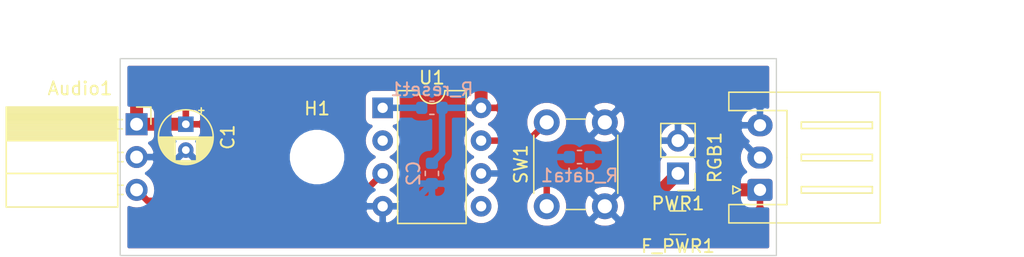
<source format=kicad_pcb>
(kicad_pcb (version 20171130) (host pcbnew "(5.1.0)-1")

  (general
    (thickness 1.6)
    (drawings 3)
    (tracks 37)
    (zones 0)
    (modules 11)
    (nets 9)
  )

  (page A4)
  (layers
    (0 F.Cu signal)
    (31 B.Cu signal)
    (32 B.Adhes user)
    (33 F.Adhes user)
    (34 B.Paste user)
    (35 F.Paste user)
    (36 B.SilkS user)
    (37 F.SilkS user)
    (38 B.Mask user)
    (39 F.Mask user)
    (40 Dwgs.User user)
    (41 Cmts.User user)
    (42 Eco1.User user)
    (43 Eco2.User user)
    (44 Edge.Cuts user)
    (45 Margin user)
    (46 B.CrtYd user)
    (47 F.CrtYd user)
    (48 B.Fab user)
    (49 F.Fab user)
  )

  (setup
    (last_trace_width 0.5)
    (user_trace_width 0.25)
    (user_trace_width 0.5)
    (user_trace_width 1)
    (trace_clearance 0.5)
    (zone_clearance 0.508)
    (zone_45_only yes)
    (trace_min 0.25)
    (via_size 0.8)
    (via_drill 0.4)
    (via_min_size 0.6)
    (via_min_drill 0.3)
    (uvia_size 0.3)
    (uvia_drill 0.1)
    (uvias_allowed no)
    (uvia_min_size 0.2)
    (uvia_min_drill 0.1)
    (edge_width 0.05)
    (segment_width 0.2)
    (pcb_text_width 0.3)
    (pcb_text_size 1.5 1.5)
    (mod_edge_width 0.12)
    (mod_text_size 1 1)
    (mod_text_width 0.15)
    (pad_size 1.524 1.524)
    (pad_drill 0.762)
    (pad_to_mask_clearance 0.051)
    (solder_mask_min_width 0.25)
    (aux_axis_origin 0 0)
    (visible_elements FFFFFF7F)
    (pcbplotparams
      (layerselection 0x010fc_ffffffff)
      (usegerberextensions false)
      (usegerberattributes false)
      (usegerberadvancedattributes false)
      (creategerberjobfile false)
      (excludeedgelayer true)
      (linewidth 0.100000)
      (plotframeref false)
      (viasonmask false)
      (mode 1)
      (useauxorigin false)
      (hpglpennumber 1)
      (hpglpenspeed 20)
      (hpglpendiameter 15.000000)
      (psnegative false)
      (psa4output false)
      (plotreference true)
      (plotvalue true)
      (plotinvisibletext false)
      (padsonsilk false)
      (subtractmaskfromsilk false)
      (outputformat 1)
      (mirror false)
      (drillshape 1)
      (scaleselection 1)
      (outputdirectory ""))
  )

  (net 0 "")
  (net 1 GND)
  (net 2 +5V)
  (net 3 /r_data)
  (net 4 /data)
  (net 5 /reset)
  (net 6 /bt_inv)
  (net 7 /unfused_5V)
  (net 8 /audio)

  (net_class Default "This is the default net class."
    (clearance 0.5)
    (trace_width 0.5)
    (via_dia 0.8)
    (via_drill 0.4)
    (uvia_dia 0.3)
    (uvia_drill 0.1)
    (diff_pair_width 0.5)
    (diff_pair_gap 0.25)
    (add_net +5V)
    (add_net /audio)
    (add_net /bt_inv)
    (add_net /data)
    (add_net /r_data)
    (add_net /reset)
    (add_net /unfused_5V)
    (add_net GND)
  )

  (module Package_DIP:DIP-8_W7.62mm locked (layer F.Cu) (tedit 5A02E8C5) (tstamp 5CFEFE60)
    (at 43.18 27.94)
    (descr "8-lead though-hole mounted DIP package, row spacing 7.62 mm (300 mils)")
    (tags "THT DIP DIL PDIP 2.54mm 7.62mm 300mil")
    (path /5C9EAB30)
    (fp_text reference U1 (at 3.81 -2.33) (layer F.SilkS)
      (effects (font (size 1 1) (thickness 0.15)))
    )
    (fp_text value ATtiny85-20PU (at 3.81 9.95) (layer F.Fab)
      (effects (font (size 1 1) (thickness 0.15)))
    )
    (fp_arc (start 3.81 -1.33) (end 2.81 -1.33) (angle -180) (layer F.SilkS) (width 0.12))
    (fp_line (start 1.635 -1.27) (end 6.985 -1.27) (layer F.Fab) (width 0.1))
    (fp_line (start 6.985 -1.27) (end 6.985 8.89) (layer F.Fab) (width 0.1))
    (fp_line (start 6.985 8.89) (end 0.635 8.89) (layer F.Fab) (width 0.1))
    (fp_line (start 0.635 8.89) (end 0.635 -0.27) (layer F.Fab) (width 0.1))
    (fp_line (start 0.635 -0.27) (end 1.635 -1.27) (layer F.Fab) (width 0.1))
    (fp_line (start 2.81 -1.33) (end 1.16 -1.33) (layer F.SilkS) (width 0.12))
    (fp_line (start 1.16 -1.33) (end 1.16 8.95) (layer F.SilkS) (width 0.12))
    (fp_line (start 1.16 8.95) (end 6.46 8.95) (layer F.SilkS) (width 0.12))
    (fp_line (start 6.46 8.95) (end 6.46 -1.33) (layer F.SilkS) (width 0.12))
    (fp_line (start 6.46 -1.33) (end 4.81 -1.33) (layer F.SilkS) (width 0.12))
    (fp_line (start -1.1 -1.55) (end -1.1 9.15) (layer F.CrtYd) (width 0.05))
    (fp_line (start -1.1 9.15) (end 8.7 9.15) (layer F.CrtYd) (width 0.05))
    (fp_line (start 8.7 9.15) (end 8.7 -1.55) (layer F.CrtYd) (width 0.05))
    (fp_line (start 8.7 -1.55) (end -1.1 -1.55) (layer F.CrtYd) (width 0.05))
    (fp_text user %R (at 3.81 3.81) (layer F.Fab)
      (effects (font (size 1 1) (thickness 0.15)))
    )
    (pad 1 thru_hole rect (at 0 0) (size 1.6 1.6) (drill 0.8) (layers *.Cu *.Mask)
      (net 5 /reset))
    (pad 5 thru_hole oval (at 7.62 7.62) (size 1.6 1.6) (drill 0.8) (layers *.Cu *.Mask))
    (pad 2 thru_hole oval (at 0 2.54) (size 1.6 1.6) (drill 0.8) (layers *.Cu *.Mask))
    (pad 6 thru_hole oval (at 7.62 5.08) (size 1.6 1.6) (drill 0.8) (layers *.Cu *.Mask)
      (net 4 /data))
    (pad 3 thru_hole oval (at 0 5.08) (size 1.6 1.6) (drill 0.8) (layers *.Cu *.Mask)
      (net 8 /audio))
    (pad 7 thru_hole oval (at 7.62 2.54) (size 1.6 1.6) (drill 0.8) (layers *.Cu *.Mask)
      (net 6 /bt_inv))
    (pad 4 thru_hole oval (at 0 7.62) (size 1.6 1.6) (drill 0.8) (layers *.Cu *.Mask)
      (net 1 GND))
    (pad 8 thru_hole oval (at 7.62 0) (size 1.6 1.6) (drill 0.8) (layers *.Cu *.Mask)
      (net 2 +5V))
    (model ${KISYS3DMOD}/Package_DIP.3dshapes/DIP-8_W7.62mm.wrl
      (at (xyz 0 0 0))
      (scale (xyz 1 1 1))
      (rotate (xyz 0 0 0))
    )
  )

  (module Button_Switch_THT:SW_PUSH_6mm_H4.3mm (layer F.Cu) (tedit 5A02FE31) (tstamp 5CFEFDD1)
    (at 55.88 35.56 90)
    (descr "tactile push button, 6x6mm e.g. PHAP33xx series, height=4.3mm")
    (tags "tact sw push 6mm")
    (path /5C9FA56B)
    (fp_text reference SW1 (at 3.25 -2 90) (layer F.SilkS)
      (effects (font (size 1 1) (thickness 0.15)))
    )
    (fp_text value SW_Push (at 3.75 6.7 90) (layer F.Fab)
      (effects (font (size 1 1) (thickness 0.15)))
    )
    (fp_circle (center 3.25 2.25) (end 1.25 2.5) (layer F.Fab) (width 0.1))
    (fp_line (start 6.75 3) (end 6.75 1.5) (layer F.SilkS) (width 0.12))
    (fp_line (start 5.5 -1) (end 1 -1) (layer F.SilkS) (width 0.12))
    (fp_line (start -0.25 1.5) (end -0.25 3) (layer F.SilkS) (width 0.12))
    (fp_line (start 1 5.5) (end 5.5 5.5) (layer F.SilkS) (width 0.12))
    (fp_line (start 8 -1.25) (end 8 5.75) (layer F.CrtYd) (width 0.05))
    (fp_line (start 7.75 6) (end -1.25 6) (layer F.CrtYd) (width 0.05))
    (fp_line (start -1.5 5.75) (end -1.5 -1.25) (layer F.CrtYd) (width 0.05))
    (fp_line (start -1.25 -1.5) (end 7.75 -1.5) (layer F.CrtYd) (width 0.05))
    (fp_line (start -1.5 6) (end -1.25 6) (layer F.CrtYd) (width 0.05))
    (fp_line (start -1.5 5.75) (end -1.5 6) (layer F.CrtYd) (width 0.05))
    (fp_line (start -1.5 -1.5) (end -1.25 -1.5) (layer F.CrtYd) (width 0.05))
    (fp_line (start -1.5 -1.25) (end -1.5 -1.5) (layer F.CrtYd) (width 0.05))
    (fp_line (start 8 -1.5) (end 8 -1.25) (layer F.CrtYd) (width 0.05))
    (fp_line (start 7.75 -1.5) (end 8 -1.5) (layer F.CrtYd) (width 0.05))
    (fp_line (start 8 6) (end 8 5.75) (layer F.CrtYd) (width 0.05))
    (fp_line (start 7.75 6) (end 8 6) (layer F.CrtYd) (width 0.05))
    (fp_line (start 0.25 -0.75) (end 3.25 -0.75) (layer F.Fab) (width 0.1))
    (fp_line (start 0.25 5.25) (end 0.25 -0.75) (layer F.Fab) (width 0.1))
    (fp_line (start 6.25 5.25) (end 0.25 5.25) (layer F.Fab) (width 0.1))
    (fp_line (start 6.25 -0.75) (end 6.25 5.25) (layer F.Fab) (width 0.1))
    (fp_line (start 3.25 -0.75) (end 6.25 -0.75) (layer F.Fab) (width 0.1))
    (fp_text user %R (at 3.25 2.25 90) (layer F.Fab)
      (effects (font (size 1 1) (thickness 0.15)))
    )
    (pad 1 thru_hole circle (at 6.5 0 180) (size 2 2) (drill 1.1) (layers *.Cu *.Mask)
      (net 6 /bt_inv))
    (pad 2 thru_hole circle (at 6.5 4.5 180) (size 2 2) (drill 1.1) (layers *.Cu *.Mask)
      (net 1 GND))
    (pad 1 thru_hole circle (at 0 0 180) (size 2 2) (drill 1.1) (layers *.Cu *.Mask)
      (net 6 /bt_inv))
    (pad 2 thru_hole circle (at 0 4.5 180) (size 2 2) (drill 1.1) (layers *.Cu *.Mask)
      (net 1 GND))
    (model ${KISYS3DMOD}/Button_Switch_THT.3dshapes/SW_PUSH_6mm_H4.3mm.wrl
      (at (xyz 0 0 0))
      (scale (xyz 1 1 1))
      (rotate (xyz 0 0 0))
    )
  )

  (module Connector_JST:JST_XH_S3B-XH-A_1x03_P2.50mm_Horizontal (layer F.Cu) (tedit 5C281475) (tstamp 5CFEF5BC)
    (at 72.39 34.29 90)
    (descr "JST XH series connector, S3B-XH-A (http://www.jst-mfg.com/product/pdf/eng/eXH.pdf), generated with kicad-footprint-generator")
    (tags "connector JST XH horizontal")
    (path /5CA00BE5)
    (fp_text reference RGB1 (at 2.5 -3.5 90) (layer F.SilkS)
      (effects (font (size 1 1) (thickness 0.15)))
    )
    (fp_text value Conn_01x03 (at 2.5 10.4 90) (layer F.Fab)
      (effects (font (size 1 1) (thickness 0.15)))
    )
    (fp_text user %R (at 2.5 3.45 90) (layer F.Fab)
      (effects (font (size 1 1) (thickness 0.15)))
    )
    (fp_line (start 0 1.2) (end 0.625 2.2) (layer F.Fab) (width 0.1))
    (fp_line (start -0.625 2.2) (end 0 1.2) (layer F.Fab) (width 0.1))
    (fp_line (start 0.3 -2.1) (end 0 -1.5) (layer F.SilkS) (width 0.12))
    (fp_line (start -0.3 -2.1) (end 0.3 -2.1) (layer F.SilkS) (width 0.12))
    (fp_line (start 0 -1.5) (end -0.3 -2.1) (layer F.SilkS) (width 0.12))
    (fp_line (start 5.25 3.2) (end 4.75 3.2) (layer F.SilkS) (width 0.12))
    (fp_line (start 5.25 8.7) (end 5.25 3.2) (layer F.SilkS) (width 0.12))
    (fp_line (start 4.75 8.7) (end 5.25 8.7) (layer F.SilkS) (width 0.12))
    (fp_line (start 4.75 3.2) (end 4.75 8.7) (layer F.SilkS) (width 0.12))
    (fp_line (start 2.75 3.2) (end 2.25 3.2) (layer F.SilkS) (width 0.12))
    (fp_line (start 2.75 8.7) (end 2.75 3.2) (layer F.SilkS) (width 0.12))
    (fp_line (start 2.25 8.7) (end 2.75 8.7) (layer F.SilkS) (width 0.12))
    (fp_line (start 2.25 3.2) (end 2.25 8.7) (layer F.SilkS) (width 0.12))
    (fp_line (start 0.25 3.2) (end -0.25 3.2) (layer F.SilkS) (width 0.12))
    (fp_line (start 0.25 8.7) (end 0.25 3.2) (layer F.SilkS) (width 0.12))
    (fp_line (start -0.25 8.7) (end 0.25 8.7) (layer F.SilkS) (width 0.12))
    (fp_line (start -0.25 3.2) (end -0.25 8.7) (layer F.SilkS) (width 0.12))
    (fp_line (start 6.25 2.2) (end 2.5 2.2) (layer F.Fab) (width 0.1))
    (fp_line (start 6.25 -2.3) (end 6.25 2.2) (layer F.Fab) (width 0.1))
    (fp_line (start 7.45 -2.3) (end 6.25 -2.3) (layer F.Fab) (width 0.1))
    (fp_line (start 7.45 9.2) (end 7.45 -2.3) (layer F.Fab) (width 0.1))
    (fp_line (start 2.5 9.2) (end 7.45 9.2) (layer F.Fab) (width 0.1))
    (fp_line (start -1.25 2.2) (end 2.5 2.2) (layer F.Fab) (width 0.1))
    (fp_line (start -1.25 -2.3) (end -1.25 2.2) (layer F.Fab) (width 0.1))
    (fp_line (start -2.45 -2.3) (end -1.25 -2.3) (layer F.Fab) (width 0.1))
    (fp_line (start -2.45 9.2) (end -2.45 -2.3) (layer F.Fab) (width 0.1))
    (fp_line (start 2.5 9.2) (end -2.45 9.2) (layer F.Fab) (width 0.1))
    (fp_line (start 6.14 2.09) (end 2.5 2.09) (layer F.SilkS) (width 0.12))
    (fp_line (start 6.14 -2.41) (end 6.14 2.09) (layer F.SilkS) (width 0.12))
    (fp_line (start 7.56 -2.41) (end 6.14 -2.41) (layer F.SilkS) (width 0.12))
    (fp_line (start 7.56 9.31) (end 7.56 -2.41) (layer F.SilkS) (width 0.12))
    (fp_line (start 2.5 9.31) (end 7.56 9.31) (layer F.SilkS) (width 0.12))
    (fp_line (start -1.14 2.09) (end 2.5 2.09) (layer F.SilkS) (width 0.12))
    (fp_line (start -1.14 -2.41) (end -1.14 2.09) (layer F.SilkS) (width 0.12))
    (fp_line (start -2.56 -2.41) (end -1.14 -2.41) (layer F.SilkS) (width 0.12))
    (fp_line (start -2.56 9.31) (end -2.56 -2.41) (layer F.SilkS) (width 0.12))
    (fp_line (start 2.5 9.31) (end -2.56 9.31) (layer F.SilkS) (width 0.12))
    (fp_line (start 7.95 -2.8) (end -2.95 -2.8) (layer F.CrtYd) (width 0.05))
    (fp_line (start 7.95 9.7) (end 7.95 -2.8) (layer F.CrtYd) (width 0.05))
    (fp_line (start -2.95 9.7) (end 7.95 9.7) (layer F.CrtYd) (width 0.05))
    (fp_line (start -2.95 -2.8) (end -2.95 9.7) (layer F.CrtYd) (width 0.05))
    (pad 3 thru_hole oval (at 5 0 90) (size 1.7 1.95) (drill 0.95) (layers *.Cu *.Mask)
      (net 1 GND))
    (pad 2 thru_hole oval (at 2.5 0 90) (size 1.7 1.95) (drill 0.95) (layers *.Cu *.Mask)
      (net 3 /r_data))
    (pad 1 thru_hole roundrect (at 0 0 90) (size 1.7 1.95) (drill 0.95) (layers *.Cu *.Mask) (roundrect_rratio 0.147059)
      (net 2 +5V))
    (model ${KISYS3DMOD}/Connector_JST.3dshapes/JST_XH_S3B-XH-A_1x03_P2.50mm_Horizontal.wrl
      (at (xyz 0 0 0))
      (scale (xyz 1 1 1))
      (rotate (xyz 0 0 0))
    )
  )

  (module Resistor_SMD:R_0603_1608Metric locked (layer B.Cu) (tedit 5B301BBD) (tstamp 5CFEFD26)
    (at 46.99 27.94 180)
    (descr "Resistor SMD 0603 (1608 Metric), square (rectangular) end terminal, IPC_7351 nominal, (Body size source: http://www.tortai-tech.com/upload/download/2011102023233369053.pdf), generated with kicad-footprint-generator")
    (tags resistor)
    (path /5CA11B10)
    (attr smd)
    (fp_text reference R_reset1 (at 0 1.43 180) (layer B.SilkS)
      (effects (font (size 1 1) (thickness 0.15)) (justify mirror))
    )
    (fp_text value 10k (at 0 -1.43 180) (layer B.Fab)
      (effects (font (size 1 1) (thickness 0.15)) (justify mirror))
    )
    (fp_line (start -0.8 -0.4) (end -0.8 0.4) (layer B.Fab) (width 0.1))
    (fp_line (start -0.8 0.4) (end 0.8 0.4) (layer B.Fab) (width 0.1))
    (fp_line (start 0.8 0.4) (end 0.8 -0.4) (layer B.Fab) (width 0.1))
    (fp_line (start 0.8 -0.4) (end -0.8 -0.4) (layer B.Fab) (width 0.1))
    (fp_line (start -0.162779 0.51) (end 0.162779 0.51) (layer B.SilkS) (width 0.12))
    (fp_line (start -0.162779 -0.51) (end 0.162779 -0.51) (layer B.SilkS) (width 0.12))
    (fp_line (start -1.48 -0.73) (end -1.48 0.73) (layer B.CrtYd) (width 0.05))
    (fp_line (start -1.48 0.73) (end 1.48 0.73) (layer B.CrtYd) (width 0.05))
    (fp_line (start 1.48 0.73) (end 1.48 -0.73) (layer B.CrtYd) (width 0.05))
    (fp_line (start 1.48 -0.73) (end -1.48 -0.73) (layer B.CrtYd) (width 0.05))
    (fp_text user %R (at 0 0 180) (layer F.Fab)
      (effects (font (size 0.4 0.4) (thickness 0.06)))
    )
    (pad 1 smd roundrect (at -0.7875 0 180) (size 0.875 0.95) (layers B.Cu B.Paste B.Mask) (roundrect_rratio 0.25)
      (net 2 +5V))
    (pad 2 smd roundrect (at 0.7875 0 180) (size 0.875 0.95) (layers B.Cu B.Paste B.Mask) (roundrect_rratio 0.25)
      (net 5 /reset))
    (model ${KISYS3DMOD}/Resistor_SMD.3dshapes/R_0603_1608Metric.wrl
      (at (xyz 0 0 0))
      (scale (xyz 1 1 1))
      (rotate (xyz 0 0 0))
    )
  )

  (module Resistor_SMD:R_0603_1608Metric (layer B.Cu) (tedit 5B301BBD) (tstamp 5CFF07F3)
    (at 58.42 31.75)
    (descr "Resistor SMD 0603 (1608 Metric), square (rectangular) end terminal, IPC_7351 nominal, (Body size source: http://www.tortai-tech.com/upload/download/2011102023233369053.pdf), generated with kicad-footprint-generator")
    (tags resistor)
    (path /5C9F3835)
    (attr smd)
    (fp_text reference R_data1 (at 0 1.43) (layer B.SilkS)
      (effects (font (size 1 1) (thickness 0.15)) (justify mirror))
    )
    (fp_text value 300 (at 0 -1.43) (layer B.Fab)
      (effects (font (size 1 1) (thickness 0.15)) (justify mirror))
    )
    (fp_text user %R (at 0 0) (layer B.Fab)
      (effects (font (size 0.4 0.4) (thickness 0.06)) (justify mirror))
    )
    (fp_line (start 1.48 -0.73) (end -1.48 -0.73) (layer B.CrtYd) (width 0.05))
    (fp_line (start 1.48 0.73) (end 1.48 -0.73) (layer B.CrtYd) (width 0.05))
    (fp_line (start -1.48 0.73) (end 1.48 0.73) (layer B.CrtYd) (width 0.05))
    (fp_line (start -1.48 -0.73) (end -1.48 0.73) (layer B.CrtYd) (width 0.05))
    (fp_line (start -0.162779 -0.51) (end 0.162779 -0.51) (layer B.SilkS) (width 0.12))
    (fp_line (start -0.162779 0.51) (end 0.162779 0.51) (layer B.SilkS) (width 0.12))
    (fp_line (start 0.8 -0.4) (end -0.8 -0.4) (layer B.Fab) (width 0.1))
    (fp_line (start 0.8 0.4) (end 0.8 -0.4) (layer B.Fab) (width 0.1))
    (fp_line (start -0.8 0.4) (end 0.8 0.4) (layer B.Fab) (width 0.1))
    (fp_line (start -0.8 -0.4) (end -0.8 0.4) (layer B.Fab) (width 0.1))
    (pad 2 smd roundrect (at 0.7875 0) (size 0.875 0.95) (layers B.Cu B.Paste B.Mask) (roundrect_rratio 0.25)
      (net 3 /r_data))
    (pad 1 smd roundrect (at -0.7875 0) (size 0.875 0.95) (layers B.Cu B.Paste B.Mask) (roundrect_rratio 0.25)
      (net 4 /data))
    (model ${KISYS3DMOD}/Resistor_SMD.3dshapes/R_0603_1608Metric.wrl
      (at (xyz 0 0 0))
      (scale (xyz 1 1 1))
      (rotate (xyz 0 0 0))
    )
  )

  (module Connector_PinHeader_2.54mm:PinHeader_1x02_P2.54mm_Vertical (layer F.Cu) (tedit 59FED5CC) (tstamp 5CFF0176)
    (at 66.04 33.02 180)
    (descr "Through hole straight pin header, 1x02, 2.54mm pitch, single row")
    (tags "Through hole pin header THT 1x02 2.54mm single row")
    (path /5CA1BCB0)
    (fp_text reference PWR1 (at 0 -2.33 180) (layer F.SilkS)
      (effects (font (size 1 1) (thickness 0.15)))
    )
    (fp_text value Conn_01x02 (at 0 4.87 180) (layer F.Fab)
      (effects (font (size 1 1) (thickness 0.15)))
    )
    (fp_text user %R (at 0 1.27 270) (layer F.Fab)
      (effects (font (size 1 1) (thickness 0.15)))
    )
    (fp_line (start 1.8 -1.8) (end -1.8 -1.8) (layer F.CrtYd) (width 0.05))
    (fp_line (start 1.8 4.35) (end 1.8 -1.8) (layer F.CrtYd) (width 0.05))
    (fp_line (start -1.8 4.35) (end 1.8 4.35) (layer F.CrtYd) (width 0.05))
    (fp_line (start -1.8 -1.8) (end -1.8 4.35) (layer F.CrtYd) (width 0.05))
    (fp_line (start -1.33 -1.33) (end 0 -1.33) (layer F.SilkS) (width 0.12))
    (fp_line (start -1.33 0) (end -1.33 -1.33) (layer F.SilkS) (width 0.12))
    (fp_line (start -1.33 1.27) (end 1.33 1.27) (layer F.SilkS) (width 0.12))
    (fp_line (start 1.33 1.27) (end 1.33 3.87) (layer F.SilkS) (width 0.12))
    (fp_line (start -1.33 1.27) (end -1.33 3.87) (layer F.SilkS) (width 0.12))
    (fp_line (start -1.33 3.87) (end 1.33 3.87) (layer F.SilkS) (width 0.12))
    (fp_line (start -1.27 -0.635) (end -0.635 -1.27) (layer F.Fab) (width 0.1))
    (fp_line (start -1.27 3.81) (end -1.27 -0.635) (layer F.Fab) (width 0.1))
    (fp_line (start 1.27 3.81) (end -1.27 3.81) (layer F.Fab) (width 0.1))
    (fp_line (start 1.27 -1.27) (end 1.27 3.81) (layer F.Fab) (width 0.1))
    (fp_line (start -0.635 -1.27) (end 1.27 -1.27) (layer F.Fab) (width 0.1))
    (pad 2 thru_hole oval (at 0 2.54 180) (size 1.7 1.7) (drill 1) (layers *.Cu *.Mask)
      (net 1 GND))
    (pad 1 thru_hole rect (at 0 0 180) (size 1.7 1.7) (drill 1) (layers *.Cu *.Mask)
      (net 7 /unfused_5V))
    (model ${KISYS3DMOD}/Connector_PinHeader_2.54mm.3dshapes/PinHeader_1x02_P2.54mm_Vertical.wrl
      (at (xyz 0 0 0))
      (scale (xyz 1 1 1))
      (rotate (xyz 0 0 0))
    )
  )

  (module MountingHole:MountingHole_3.2mm_M3_ISO14580 (layer F.Cu) (tedit 56D1B4CB) (tstamp 5CFF0533)
    (at 38.1 31.75)
    (descr "Mounting Hole 3.2mm, no annular, M3, ISO14580")
    (tags "mounting hole 3.2mm no annular m3 iso14580")
    (path /5CA3BE5F)
    (clearance 1)
    (attr virtual)
    (fp_text reference H1 (at 0 -3.75) (layer F.SilkS)
      (effects (font (size 1 1) (thickness 0.15)))
    )
    (fp_text value MountingHole (at 0 3.75) (layer F.Fab)
      (effects (font (size 1 1) (thickness 0.15)))
    )
    (fp_text user %R (at 0.3 0) (layer F.Fab)
      (effects (font (size 1 1) (thickness 0.15)))
    )
    (fp_circle (center 0 0) (end 2.75 0) (layer Cmts.User) (width 0.15))
    (fp_circle (center 0 0) (end 3 0) (layer F.CrtYd) (width 0.05))
    (pad 1 np_thru_hole circle (at 0 0) (size 3.2 3.2) (drill 3.2) (layers *.Cu *.Mask))
  )

  (module Fuse:Fuse_1206_3216Metric (layer F.Cu) (tedit 5B301BBE) (tstamp 5CFF02D3)
    (at 66.04 36.83 180)
    (descr "Fuse SMD 1206 (3216 Metric), square (rectangular) end terminal, IPC_7351 nominal, (Body size source: http://www.tortai-tech.com/upload/download/2011102023233369053.pdf), generated with kicad-footprint-generator")
    (tags resistor)
    (path /5CA0A446)
    (attr smd)
    (fp_text reference F_PWR1 (at 0 -1.82 180) (layer F.SilkS)
      (effects (font (size 1 1) (thickness 0.15)))
    )
    (fp_text value 1A (at 0 1.82 180) (layer F.Fab)
      (effects (font (size 1 1) (thickness 0.15)))
    )
    (fp_text user %R (at 0 0 180) (layer F.Fab)
      (effects (font (size 0.8 0.8) (thickness 0.12)))
    )
    (fp_line (start 2.28 1.12) (end -2.28 1.12) (layer F.CrtYd) (width 0.05))
    (fp_line (start 2.28 -1.12) (end 2.28 1.12) (layer F.CrtYd) (width 0.05))
    (fp_line (start -2.28 -1.12) (end 2.28 -1.12) (layer F.CrtYd) (width 0.05))
    (fp_line (start -2.28 1.12) (end -2.28 -1.12) (layer F.CrtYd) (width 0.05))
    (fp_line (start -0.602064 0.91) (end 0.602064 0.91) (layer F.SilkS) (width 0.12))
    (fp_line (start -0.602064 -0.91) (end 0.602064 -0.91) (layer F.SilkS) (width 0.12))
    (fp_line (start 1.6 0.8) (end -1.6 0.8) (layer F.Fab) (width 0.1))
    (fp_line (start 1.6 -0.8) (end 1.6 0.8) (layer F.Fab) (width 0.1))
    (fp_line (start -1.6 -0.8) (end 1.6 -0.8) (layer F.Fab) (width 0.1))
    (fp_line (start -1.6 0.8) (end -1.6 -0.8) (layer F.Fab) (width 0.1))
    (pad 2 smd roundrect (at 1.4 0 180) (size 1.25 1.75) (layers F.Cu F.Paste F.Mask) (roundrect_rratio 0.2)
      (net 7 /unfused_5V))
    (pad 1 smd roundrect (at -1.4 0 180) (size 1.25 1.75) (layers F.Cu F.Paste F.Mask) (roundrect_rratio 0.2)
      (net 2 +5V))
    (model ${KISYS3DMOD}/Fuse.3dshapes/Fuse_1206_3216Metric.wrl
      (at (xyz 0 0 0))
      (scale (xyz 1 1 1))
      (rotate (xyz 0 0 0))
    )
  )

  (module Capacitor_SMD:C_0603_1608Metric locked (layer B.Cu) (tedit 5B301BBE) (tstamp 5CFEFD56)
    (at 46.99 33.02 270)
    (descr "Capacitor SMD 0603 (1608 Metric), square (rectangular) end terminal, IPC_7351 nominal, (Body size source: http://www.tortai-tech.com/upload/download/2011102023233369053.pdf), generated with kicad-footprint-generator")
    (tags capacitor)
    (path /5CC2270E)
    (attr smd)
    (fp_text reference C2 (at 0 1.43 270) (layer B.SilkS)
      (effects (font (size 1 1) (thickness 0.15)) (justify mirror))
    )
    (fp_text value 100nF (at 0 -1.43 270) (layer B.Fab)
      (effects (font (size 1 1) (thickness 0.15)) (justify mirror))
    )
    (fp_line (start -0.8 -0.4) (end -0.8 0.4) (layer B.Fab) (width 0.1))
    (fp_line (start -0.8 0.4) (end 0.8 0.4) (layer B.Fab) (width 0.1))
    (fp_line (start 0.8 0.4) (end 0.8 -0.4) (layer B.Fab) (width 0.1))
    (fp_line (start 0.8 -0.4) (end -0.8 -0.4) (layer B.Fab) (width 0.1))
    (fp_line (start -0.162779 0.51) (end 0.162779 0.51) (layer B.SilkS) (width 0.12))
    (fp_line (start -0.162779 -0.51) (end 0.162779 -0.51) (layer B.SilkS) (width 0.12))
    (fp_line (start -1.48 -0.73) (end -1.48 0.73) (layer B.CrtYd) (width 0.05))
    (fp_line (start -1.48 0.73) (end 1.48 0.73) (layer B.CrtYd) (width 0.05))
    (fp_line (start 1.48 0.73) (end 1.48 -0.73) (layer B.CrtYd) (width 0.05))
    (fp_line (start 1.48 -0.73) (end -1.48 -0.73) (layer B.CrtYd) (width 0.05))
    (fp_text user %R (at 0 0 270) (layer B.Fab)
      (effects (font (size 0.4 0.4) (thickness 0.06)) (justify mirror))
    )
    (pad 1 smd roundrect (at -0.7875 0 270) (size 0.875 0.95) (layers B.Cu B.Paste B.Mask) (roundrect_rratio 0.25)
      (net 2 +5V))
    (pad 2 smd roundrect (at 0.7875 0 270) (size 0.875 0.95) (layers B.Cu B.Paste B.Mask) (roundrect_rratio 0.25)
      (net 1 GND))
    (model ${KISYS3DMOD}/Capacitor_SMD.3dshapes/C_0603_1608Metric.wrl
      (at (xyz 0 0 0))
      (scale (xyz 1 1 1))
      (rotate (xyz 0 0 0))
    )
  )

  (module Capacitor_THT:CP_Radial_D4.0mm_P2.00mm (layer F.Cu) (tedit 5AE50EF0) (tstamp 5CFEF7E0)
    (at 27.94 29.21 270)
    (descr "CP, Radial series, Radial, pin pitch=2.00mm, , diameter=4mm, Electrolytic Capacitor")
    (tags "CP Radial series Radial pin pitch 2.00mm  diameter 4mm Electrolytic Capacitor")
    (path /5C9F146E)
    (fp_text reference C1 (at 1 -3.25 270) (layer F.SilkS)
      (effects (font (size 1 1) (thickness 0.15)))
    )
    (fp_text value 100uF (at 1 3.25 270) (layer F.Fab)
      (effects (font (size 1 1) (thickness 0.15)))
    )
    (fp_text user %R (at 1 0 270) (layer F.Fab)
      (effects (font (size 0.8 0.8) (thickness 0.12)))
    )
    (fp_line (start -1.069801 -1.395) (end -1.069801 -0.995) (layer F.SilkS) (width 0.12))
    (fp_line (start -1.269801 -1.195) (end -0.869801 -1.195) (layer F.SilkS) (width 0.12))
    (fp_line (start 3.081 -0.37) (end 3.081 0.37) (layer F.SilkS) (width 0.12))
    (fp_line (start 3.041 -0.537) (end 3.041 0.537) (layer F.SilkS) (width 0.12))
    (fp_line (start 3.001 -0.664) (end 3.001 0.664) (layer F.SilkS) (width 0.12))
    (fp_line (start 2.961 -0.768) (end 2.961 0.768) (layer F.SilkS) (width 0.12))
    (fp_line (start 2.921 -0.859) (end 2.921 0.859) (layer F.SilkS) (width 0.12))
    (fp_line (start 2.881 -0.94) (end 2.881 0.94) (layer F.SilkS) (width 0.12))
    (fp_line (start 2.841 -1.013) (end 2.841 1.013) (layer F.SilkS) (width 0.12))
    (fp_line (start 2.801 0.84) (end 2.801 1.08) (layer F.SilkS) (width 0.12))
    (fp_line (start 2.801 -1.08) (end 2.801 -0.84) (layer F.SilkS) (width 0.12))
    (fp_line (start 2.761 0.84) (end 2.761 1.142) (layer F.SilkS) (width 0.12))
    (fp_line (start 2.761 -1.142) (end 2.761 -0.84) (layer F.SilkS) (width 0.12))
    (fp_line (start 2.721 0.84) (end 2.721 1.2) (layer F.SilkS) (width 0.12))
    (fp_line (start 2.721 -1.2) (end 2.721 -0.84) (layer F.SilkS) (width 0.12))
    (fp_line (start 2.681 0.84) (end 2.681 1.254) (layer F.SilkS) (width 0.12))
    (fp_line (start 2.681 -1.254) (end 2.681 -0.84) (layer F.SilkS) (width 0.12))
    (fp_line (start 2.641 0.84) (end 2.641 1.304) (layer F.SilkS) (width 0.12))
    (fp_line (start 2.641 -1.304) (end 2.641 -0.84) (layer F.SilkS) (width 0.12))
    (fp_line (start 2.601 0.84) (end 2.601 1.351) (layer F.SilkS) (width 0.12))
    (fp_line (start 2.601 -1.351) (end 2.601 -0.84) (layer F.SilkS) (width 0.12))
    (fp_line (start 2.561 0.84) (end 2.561 1.396) (layer F.SilkS) (width 0.12))
    (fp_line (start 2.561 -1.396) (end 2.561 -0.84) (layer F.SilkS) (width 0.12))
    (fp_line (start 2.521 0.84) (end 2.521 1.438) (layer F.SilkS) (width 0.12))
    (fp_line (start 2.521 -1.438) (end 2.521 -0.84) (layer F.SilkS) (width 0.12))
    (fp_line (start 2.481 0.84) (end 2.481 1.478) (layer F.SilkS) (width 0.12))
    (fp_line (start 2.481 -1.478) (end 2.481 -0.84) (layer F.SilkS) (width 0.12))
    (fp_line (start 2.441 0.84) (end 2.441 1.516) (layer F.SilkS) (width 0.12))
    (fp_line (start 2.441 -1.516) (end 2.441 -0.84) (layer F.SilkS) (width 0.12))
    (fp_line (start 2.401 0.84) (end 2.401 1.552) (layer F.SilkS) (width 0.12))
    (fp_line (start 2.401 -1.552) (end 2.401 -0.84) (layer F.SilkS) (width 0.12))
    (fp_line (start 2.361 0.84) (end 2.361 1.587) (layer F.SilkS) (width 0.12))
    (fp_line (start 2.361 -1.587) (end 2.361 -0.84) (layer F.SilkS) (width 0.12))
    (fp_line (start 2.321 0.84) (end 2.321 1.619) (layer F.SilkS) (width 0.12))
    (fp_line (start 2.321 -1.619) (end 2.321 -0.84) (layer F.SilkS) (width 0.12))
    (fp_line (start 2.281 0.84) (end 2.281 1.65) (layer F.SilkS) (width 0.12))
    (fp_line (start 2.281 -1.65) (end 2.281 -0.84) (layer F.SilkS) (width 0.12))
    (fp_line (start 2.241 0.84) (end 2.241 1.68) (layer F.SilkS) (width 0.12))
    (fp_line (start 2.241 -1.68) (end 2.241 -0.84) (layer F.SilkS) (width 0.12))
    (fp_line (start 2.201 0.84) (end 2.201 1.708) (layer F.SilkS) (width 0.12))
    (fp_line (start 2.201 -1.708) (end 2.201 -0.84) (layer F.SilkS) (width 0.12))
    (fp_line (start 2.161 0.84) (end 2.161 1.735) (layer F.SilkS) (width 0.12))
    (fp_line (start 2.161 -1.735) (end 2.161 -0.84) (layer F.SilkS) (width 0.12))
    (fp_line (start 2.121 0.84) (end 2.121 1.76) (layer F.SilkS) (width 0.12))
    (fp_line (start 2.121 -1.76) (end 2.121 -0.84) (layer F.SilkS) (width 0.12))
    (fp_line (start 2.081 0.84) (end 2.081 1.785) (layer F.SilkS) (width 0.12))
    (fp_line (start 2.081 -1.785) (end 2.081 -0.84) (layer F.SilkS) (width 0.12))
    (fp_line (start 2.041 0.84) (end 2.041 1.808) (layer F.SilkS) (width 0.12))
    (fp_line (start 2.041 -1.808) (end 2.041 -0.84) (layer F.SilkS) (width 0.12))
    (fp_line (start 2.001 0.84) (end 2.001 1.83) (layer F.SilkS) (width 0.12))
    (fp_line (start 2.001 -1.83) (end 2.001 -0.84) (layer F.SilkS) (width 0.12))
    (fp_line (start 1.961 0.84) (end 1.961 1.851) (layer F.SilkS) (width 0.12))
    (fp_line (start 1.961 -1.851) (end 1.961 -0.84) (layer F.SilkS) (width 0.12))
    (fp_line (start 1.921 0.84) (end 1.921 1.87) (layer F.SilkS) (width 0.12))
    (fp_line (start 1.921 -1.87) (end 1.921 -0.84) (layer F.SilkS) (width 0.12))
    (fp_line (start 1.881 0.84) (end 1.881 1.889) (layer F.SilkS) (width 0.12))
    (fp_line (start 1.881 -1.889) (end 1.881 -0.84) (layer F.SilkS) (width 0.12))
    (fp_line (start 1.841 0.84) (end 1.841 1.907) (layer F.SilkS) (width 0.12))
    (fp_line (start 1.841 -1.907) (end 1.841 -0.84) (layer F.SilkS) (width 0.12))
    (fp_line (start 1.801 0.84) (end 1.801 1.924) (layer F.SilkS) (width 0.12))
    (fp_line (start 1.801 -1.924) (end 1.801 -0.84) (layer F.SilkS) (width 0.12))
    (fp_line (start 1.761 0.84) (end 1.761 1.94) (layer F.SilkS) (width 0.12))
    (fp_line (start 1.761 -1.94) (end 1.761 -0.84) (layer F.SilkS) (width 0.12))
    (fp_line (start 1.721 0.84) (end 1.721 1.954) (layer F.SilkS) (width 0.12))
    (fp_line (start 1.721 -1.954) (end 1.721 -0.84) (layer F.SilkS) (width 0.12))
    (fp_line (start 1.68 0.84) (end 1.68 1.968) (layer F.SilkS) (width 0.12))
    (fp_line (start 1.68 -1.968) (end 1.68 -0.84) (layer F.SilkS) (width 0.12))
    (fp_line (start 1.64 0.84) (end 1.64 1.982) (layer F.SilkS) (width 0.12))
    (fp_line (start 1.64 -1.982) (end 1.64 -0.84) (layer F.SilkS) (width 0.12))
    (fp_line (start 1.6 0.84) (end 1.6 1.994) (layer F.SilkS) (width 0.12))
    (fp_line (start 1.6 -1.994) (end 1.6 -0.84) (layer F.SilkS) (width 0.12))
    (fp_line (start 1.56 0.84) (end 1.56 2.005) (layer F.SilkS) (width 0.12))
    (fp_line (start 1.56 -2.005) (end 1.56 -0.84) (layer F.SilkS) (width 0.12))
    (fp_line (start 1.52 0.84) (end 1.52 2.016) (layer F.SilkS) (width 0.12))
    (fp_line (start 1.52 -2.016) (end 1.52 -0.84) (layer F.SilkS) (width 0.12))
    (fp_line (start 1.48 0.84) (end 1.48 2.025) (layer F.SilkS) (width 0.12))
    (fp_line (start 1.48 -2.025) (end 1.48 -0.84) (layer F.SilkS) (width 0.12))
    (fp_line (start 1.44 0.84) (end 1.44 2.034) (layer F.SilkS) (width 0.12))
    (fp_line (start 1.44 -2.034) (end 1.44 -0.84) (layer F.SilkS) (width 0.12))
    (fp_line (start 1.4 0.84) (end 1.4 2.042) (layer F.SilkS) (width 0.12))
    (fp_line (start 1.4 -2.042) (end 1.4 -0.84) (layer F.SilkS) (width 0.12))
    (fp_line (start 1.36 0.84) (end 1.36 2.05) (layer F.SilkS) (width 0.12))
    (fp_line (start 1.36 -2.05) (end 1.36 -0.84) (layer F.SilkS) (width 0.12))
    (fp_line (start 1.32 0.84) (end 1.32 2.056) (layer F.SilkS) (width 0.12))
    (fp_line (start 1.32 -2.056) (end 1.32 -0.84) (layer F.SilkS) (width 0.12))
    (fp_line (start 1.28 0.84) (end 1.28 2.062) (layer F.SilkS) (width 0.12))
    (fp_line (start 1.28 -2.062) (end 1.28 -0.84) (layer F.SilkS) (width 0.12))
    (fp_line (start 1.24 0.84) (end 1.24 2.067) (layer F.SilkS) (width 0.12))
    (fp_line (start 1.24 -2.067) (end 1.24 -0.84) (layer F.SilkS) (width 0.12))
    (fp_line (start 1.2 0.84) (end 1.2 2.071) (layer F.SilkS) (width 0.12))
    (fp_line (start 1.2 -2.071) (end 1.2 -0.84) (layer F.SilkS) (width 0.12))
    (fp_line (start 1.16 -2.074) (end 1.16 2.074) (layer F.SilkS) (width 0.12))
    (fp_line (start 1.12 -2.077) (end 1.12 2.077) (layer F.SilkS) (width 0.12))
    (fp_line (start 1.08 -2.079) (end 1.08 2.079) (layer F.SilkS) (width 0.12))
    (fp_line (start 1.04 -2.08) (end 1.04 2.08) (layer F.SilkS) (width 0.12))
    (fp_line (start 1 -2.08) (end 1 2.08) (layer F.SilkS) (width 0.12))
    (fp_line (start -0.502554 -1.0675) (end -0.502554 -0.6675) (layer F.Fab) (width 0.1))
    (fp_line (start -0.702554 -0.8675) (end -0.302554 -0.8675) (layer F.Fab) (width 0.1))
    (fp_circle (center 1 0) (end 3.25 0) (layer F.CrtYd) (width 0.05))
    (fp_circle (center 1 0) (end 3.12 0) (layer F.SilkS) (width 0.12))
    (fp_circle (center 1 0) (end 3 0) (layer F.Fab) (width 0.1))
    (pad 2 thru_hole circle (at 2 0 270) (size 1.2 1.2) (drill 0.6) (layers *.Cu *.Mask)
      (net 1 GND))
    (pad 1 thru_hole rect (at 0 0 270) (size 1.2 1.2) (drill 0.6) (layers *.Cu *.Mask)
      (net 2 +5V))
    (model ${KISYS3DMOD}/Capacitor_THT.3dshapes/CP_Radial_D4.0mm_P2.00mm.wrl
      (at (xyz 0 0 0))
      (scale (xyz 1 1 1))
      (rotate (xyz 0 0 0))
    )
  )

  (module Connector_PinSocket_2.54mm:PinSocket_1x03_P2.54mm_Horizontal (layer F.Cu) (tedit 5A19A429) (tstamp 5CFEF6FD)
    (at 24.13 29.21)
    (descr "Through hole angled socket strip, 1x03, 2.54mm pitch, 8.51mm socket length, single row (from Kicad 4.0.7), script generated")
    (tags "Through hole angled socket strip THT 1x03 2.54mm single row")
    (path /5C9FCDCD)
    (fp_text reference Audio1 (at -4.38 -2.77) (layer F.SilkS)
      (effects (font (size 1 1) (thickness 0.15)))
    )
    (fp_text value Conn_01x03 (at -4.38 7.85) (layer F.Fab)
      (effects (font (size 1 1) (thickness 0.15)))
    )
    (fp_text user %R (at -5.775 2.54) (layer F.Fab)
      (effects (font (size 1 1) (thickness 0.15)))
    )
    (fp_line (start 1.75 6.85) (end 1.75 -1.8) (layer F.CrtYd) (width 0.05))
    (fp_line (start -10.55 6.85) (end 1.75 6.85) (layer F.CrtYd) (width 0.05))
    (fp_line (start -10.55 -1.8) (end -10.55 6.85) (layer F.CrtYd) (width 0.05))
    (fp_line (start 1.75 -1.8) (end -10.55 -1.8) (layer F.CrtYd) (width 0.05))
    (fp_line (start 0 -1.33) (end 1.11 -1.33) (layer F.SilkS) (width 0.12))
    (fp_line (start 1.11 -1.33) (end 1.11 0) (layer F.SilkS) (width 0.12))
    (fp_line (start -10.09 -1.33) (end -10.09 6.41) (layer F.SilkS) (width 0.12))
    (fp_line (start -10.09 6.41) (end -1.46 6.41) (layer F.SilkS) (width 0.12))
    (fp_line (start -1.46 -1.33) (end -1.46 6.41) (layer F.SilkS) (width 0.12))
    (fp_line (start -10.09 -1.33) (end -1.46 -1.33) (layer F.SilkS) (width 0.12))
    (fp_line (start -10.09 3.81) (end -1.46 3.81) (layer F.SilkS) (width 0.12))
    (fp_line (start -10.09 1.27) (end -1.46 1.27) (layer F.SilkS) (width 0.12))
    (fp_line (start -1.46 5.44) (end -1.05 5.44) (layer F.SilkS) (width 0.12))
    (fp_line (start -1.46 4.72) (end -1.05 4.72) (layer F.SilkS) (width 0.12))
    (fp_line (start -1.46 2.9) (end -1.05 2.9) (layer F.SilkS) (width 0.12))
    (fp_line (start -1.46 2.18) (end -1.05 2.18) (layer F.SilkS) (width 0.12))
    (fp_line (start -1.46 0.36) (end -1.11 0.36) (layer F.SilkS) (width 0.12))
    (fp_line (start -1.46 -0.36) (end -1.11 -0.36) (layer F.SilkS) (width 0.12))
    (fp_line (start -10.09 1.1519) (end -1.46 1.1519) (layer F.SilkS) (width 0.12))
    (fp_line (start -10.09 1.033805) (end -1.46 1.033805) (layer F.SilkS) (width 0.12))
    (fp_line (start -10.09 0.91571) (end -1.46 0.91571) (layer F.SilkS) (width 0.12))
    (fp_line (start -10.09 0.797615) (end -1.46 0.797615) (layer F.SilkS) (width 0.12))
    (fp_line (start -10.09 0.67952) (end -1.46 0.67952) (layer F.SilkS) (width 0.12))
    (fp_line (start -10.09 0.561425) (end -1.46 0.561425) (layer F.SilkS) (width 0.12))
    (fp_line (start -10.09 0.44333) (end -1.46 0.44333) (layer F.SilkS) (width 0.12))
    (fp_line (start -10.09 0.325235) (end -1.46 0.325235) (layer F.SilkS) (width 0.12))
    (fp_line (start -10.09 0.20714) (end -1.46 0.20714) (layer F.SilkS) (width 0.12))
    (fp_line (start -10.09 0.089045) (end -1.46 0.089045) (layer F.SilkS) (width 0.12))
    (fp_line (start -10.09 -0.02905) (end -1.46 -0.02905) (layer F.SilkS) (width 0.12))
    (fp_line (start -10.09 -0.147145) (end -1.46 -0.147145) (layer F.SilkS) (width 0.12))
    (fp_line (start -10.09 -0.26524) (end -1.46 -0.26524) (layer F.SilkS) (width 0.12))
    (fp_line (start -10.09 -0.383335) (end -1.46 -0.383335) (layer F.SilkS) (width 0.12))
    (fp_line (start -10.09 -0.50143) (end -1.46 -0.50143) (layer F.SilkS) (width 0.12))
    (fp_line (start -10.09 -0.619525) (end -1.46 -0.619525) (layer F.SilkS) (width 0.12))
    (fp_line (start -10.09 -0.73762) (end -1.46 -0.73762) (layer F.SilkS) (width 0.12))
    (fp_line (start -10.09 -0.855715) (end -1.46 -0.855715) (layer F.SilkS) (width 0.12))
    (fp_line (start -10.09 -0.97381) (end -1.46 -0.97381) (layer F.SilkS) (width 0.12))
    (fp_line (start -10.09 -1.091905) (end -1.46 -1.091905) (layer F.SilkS) (width 0.12))
    (fp_line (start -10.09 -1.21) (end -1.46 -1.21) (layer F.SilkS) (width 0.12))
    (fp_line (start 0 5.38) (end 0 4.78) (layer F.Fab) (width 0.1))
    (fp_line (start -1.52 5.38) (end 0 5.38) (layer F.Fab) (width 0.1))
    (fp_line (start 0 4.78) (end -1.52 4.78) (layer F.Fab) (width 0.1))
    (fp_line (start 0 2.84) (end 0 2.24) (layer F.Fab) (width 0.1))
    (fp_line (start -1.52 2.84) (end 0 2.84) (layer F.Fab) (width 0.1))
    (fp_line (start 0 2.24) (end -1.52 2.24) (layer F.Fab) (width 0.1))
    (fp_line (start 0 0.3) (end 0 -0.3) (layer F.Fab) (width 0.1))
    (fp_line (start -1.52 0.3) (end 0 0.3) (layer F.Fab) (width 0.1))
    (fp_line (start 0 -0.3) (end -1.52 -0.3) (layer F.Fab) (width 0.1))
    (fp_line (start -10.03 6.35) (end -10.03 -1.27) (layer F.Fab) (width 0.1))
    (fp_line (start -1.52 6.35) (end -10.03 6.35) (layer F.Fab) (width 0.1))
    (fp_line (start -1.52 -0.3) (end -1.52 6.35) (layer F.Fab) (width 0.1))
    (fp_line (start -2.49 -1.27) (end -1.52 -0.3) (layer F.Fab) (width 0.1))
    (fp_line (start -10.03 -1.27) (end -2.49 -1.27) (layer F.Fab) (width 0.1))
    (pad 3 thru_hole oval (at 0 5.08) (size 1.7 1.7) (drill 1) (layers *.Cu *.Mask)
      (net 8 /audio))
    (pad 2 thru_hole oval (at 0 2.54) (size 1.7 1.7) (drill 1) (layers *.Cu *.Mask)
      (net 1 GND))
    (pad 1 thru_hole rect (at 0 0) (size 1.7 1.7) (drill 1) (layers *.Cu *.Mask)
      (net 2 +5V))
    (model ${KISYS3DMOD}/Connector_PinSocket_2.54mm.3dshapes/PinSocket_1x03_P2.54mm_Horizontal.wrl
      (at (xyz 0 0 0))
      (scale (xyz 1 1 1))
      (rotate (xyz 0 0 0))
    )
  )

  (dimension 15.24 (width 0.12) (layer Cmts.User)
    (gr_text "15.240 mm" (at 91.44 31.75 270) (layer Cmts.User)
      (effects (font (size 1 1) (thickness 0.15)))
    )
    (feature1 (pts (xy 73.66 39.37) (xy 90.756421 39.37)))
    (feature2 (pts (xy 73.66 24.13) (xy 90.756421 24.13)))
    (crossbar (pts (xy 90.17 24.13) (xy 90.17 39.37)))
    (arrow1a (pts (xy 90.17 39.37) (xy 89.583579 38.243496)))
    (arrow1b (pts (xy 90.17 39.37) (xy 90.756421 38.243496)))
    (arrow2a (pts (xy 90.17 24.13) (xy 89.583579 25.256504)))
    (arrow2b (pts (xy 90.17 24.13) (xy 90.756421 25.256504)))
  )
  (dimension 50.8 (width 0.12) (layer Cmts.User)
    (gr_text "50.800 mm" (at 48.26 20.320001) (layer Cmts.User)
      (effects (font (size 1 1) (thickness 0.15)))
    )
    (feature1 (pts (xy 22.86 24.13) (xy 22.86 21.00358)))
    (feature2 (pts (xy 73.66 24.13) (xy 73.66 21.00358)))
    (crossbar (pts (xy 73.66 21.590001) (xy 22.86 21.590001)))
    (arrow1a (pts (xy 22.86 21.590001) (xy 23.986504 21.00358)))
    (arrow1b (pts (xy 22.86 21.590001) (xy 23.986504 22.176422)))
    (arrow2a (pts (xy 73.66 21.590001) (xy 72.533496 21.00358)))
    (arrow2b (pts (xy 73.66 21.590001) (xy 72.533496 22.176422)))
  )
  (gr_poly (pts (xy 22.86 24.13) (xy 73.66 24.13) (xy 73.66 39.37) (xy 22.86 39.37)) (layer Edge.Cuts) (width 0.1))

  (segment (start 45.2375 35.56) (end 46.99 33.8075) (width 0.5) (layer B.Cu) (net 1) (tstamp 5CFEFCBD) (status 40000))
  (segment (start 43.18 35.56) (end 45.2375 35.56) (width 0.5) (layer B.Cu) (net 1) (tstamp 5CFEFCBA) (status 40000))
  (segment (start 47.7775 27.94) (end 50.8 27.94) (width 0.5) (layer B.Cu) (net 2) (tstamp 5CFEFCB4) (status 40000))
  (segment (start 47.7775 31.445) (end 46.99 32.2325) (width 0.5) (layer B.Cu) (net 2) (tstamp 5CFEFCC3) (status 40000))
  (segment (start 47.7775 27.94) (end 47.7775 31.445) (width 0.5) (layer B.Cu) (net 2) (tstamp 5CFEFCC0) (status 40000))
  (segment (start 24.13 27.36) (end 26.09 25.4) (width 1) (layer F.Cu) (net 2))
  (segment (start 24.13 29.21) (end 24.13 27.36) (width 1) (layer F.Cu) (net 2))
  (segment (start 50.8 27.94) (end 50.8 25.4) (width 1) (layer F.Cu) (net 2))
  (segment (start 26.09 25.4) (end 50.8 25.4) (width 1) (layer F.Cu) (net 2))
  (segment (start 50.8 25.4) (end 59.69 25.4) (width 1) (layer F.Cu) (net 2))
  (segment (start 24.13 29.21) (end 27.536904 29.21) (width 1) (layer F.Cu) (net 2))
  (segment (start 68.58 25.4) (end 59.69 25.4) (width 1) (layer F.Cu) (net 2))
  (segment (start 68.71 25.53) (end 68.58 25.4) (width 1) (layer F.Cu) (net 2))
  (segment (start 68.84 34.29) (end 68.71 34.42) (width 1) (layer F.Cu) (net 2))
  (segment (start 72.39 34.29) (end 68.84 34.29) (width 1) (layer F.Cu) (net 2))
  (segment (start 68.71 34.42) (end 68.71 25.53) (width 1) (layer F.Cu) (net 2))
  (segment (start 68.71 35.56) (end 67.44 36.83) (width 1) (layer F.Cu) (net 2))
  (segment (start 68.71 34.42) (end 68.71 35.56) (width 1) (layer F.Cu) (net 2))
  (segment (start 72.265 31.79) (end 72.39 31.79) (width 0.5) (layer B.Cu) (net 3))
  (segment (start 69.354999 28.879999) (end 72.265 31.79) (width 0.5) (layer B.Cu) (net 3))
  (segment (start 63.150003 28.879999) (end 69.354999 28.879999) (width 0.5) (layer B.Cu) (net 3))
  (segment (start 60.280002 31.75) (end 63.150003 28.879999) (width 0.5) (layer B.Cu) (net 3))
  (segment (start 59.2075 31.75) (end 60.280002 31.75) (width 0.5) (layer B.Cu) (net 3))
  (segment (start 50.8 33.02) (end 53.34 33.02) (width 0.5) (layer B.Cu) (net 4))
  (segment (start 53.34 33.02) (end 54.61 31.75) (width 0.5) (layer B.Cu) (net 4))
  (segment (start 54.61 31.75) (end 57.6325 31.75) (width 0.5) (layer B.Cu) (net 4))
  (segment (start 43.18 27.94) (end 46.2025 27.94) (width 0.5) (layer B.Cu) (net 5) (tstamp 5CFEFCB7) (status 40000))
  (segment (start 54.46 30.48) (end 55.88 29.06) (width 0.5) (layer F.Cu) (net 6))
  (segment (start 50.8 30.48) (end 54.46 30.48) (width 0.5) (layer F.Cu) (net 6))
  (segment (start 55.88 31.9) (end 54.46 30.48) (width 0.5) (layer F.Cu) (net 6))
  (segment (start 55.88 35.56) (end 55.88 31.9) (width 0.5) (layer F.Cu) (net 6))
  (segment (start 64.64 34.42) (end 66.04 33.02) (width 1) (layer F.Cu) (net 7))
  (segment (start 64.64 36.83) (end 64.64 34.42) (width 1) (layer F.Cu) (net 7))
  (segment (start 42.380001 33.819999) (end 43.18 33.02) (width 0.5) (layer F.Cu) (net 8))
  (segment (start 41.060001 35.139999) (end 42.380001 33.819999) (width 0.5) (layer F.Cu) (net 8))
  (segment (start 24.979999 35.139999) (end 41.060001 35.139999) (width 0.5) (layer F.Cu) (net 8))
  (segment (start 24.13 34.29) (end 24.979999 35.139999) (width 0.5) (layer F.Cu) (net 8))

  (zone (net 0) (net_name "") (layer F.Cu) (tstamp 5CFF0522) (hatch full 0.508)
    (connect_pads (clearance 0.508))
    (min_thickness 0.254)
    (keepout (tracks not_allowed) (vias not_allowed) (copperpour allowed))
    (fill (arc_segments 32) (thermal_gap 0.508) (thermal_bridge_width 0.508))
    (polygon
      (pts
        (xy 28.236914 27.94) (xy 40.64 27.94) (xy 40.64 33.02) (xy 28.236914 33.02)
      )
    )
  )
  (zone (net 1) (net_name GND) (layer B.Cu) (tstamp 0) (hatch full 0.508)
    (connect_pads (clearance 0.508))
    (min_thickness 0.254)
    (fill yes (arc_segments 32) (thermal_gap 0.508) (thermal_bridge_width 0.508))
    (polygon
      (pts
        (xy 22.86 24.13) (xy 73.66 24.13) (xy 73.66 39.37) (xy 22.86 39.37)
      )
    )
    (filled_polygon
      (pts
        (xy 72.975 27.882909) (xy 72.749267 27.82368) (xy 72.517 27.963835) (xy 72.517 29.163) (xy 72.537 29.163)
        (xy 72.537 29.417) (xy 72.517 29.417) (xy 72.517 29.437) (xy 72.263 29.437) (xy 72.263 29.417)
        (xy 70.944845 29.417) (xy 70.823524 29.64689) (xy 70.915648 29.909858) (xy 71.062504 30.161193) (xy 71.255571 30.379049)
        (xy 71.461722 30.535538) (xy 71.435986 30.549294) (xy 71.209866 30.734866) (xy 71.024294 30.960986) (xy 70.886401 31.218966)
        (xy 70.801487 31.498889) (xy 70.772815 31.79) (xy 70.801487 32.081111) (xy 70.886401 32.361034) (xy 71.024294 32.619014)
        (xy 71.209866 32.845134) (xy 71.273337 32.897223) (xy 71.171614 32.951595) (xy 71.037038 33.062038) (xy 70.926595 33.196614)
        (xy 70.844528 33.35015) (xy 70.793992 33.516746) (xy 70.776928 33.69) (xy 70.776928 34.89) (xy 70.793992 35.063254)
        (xy 70.844528 35.22985) (xy 70.926595 35.383386) (xy 71.037038 35.517962) (xy 71.171614 35.628405) (xy 71.32515 35.710472)
        (xy 71.491746 35.761008) (xy 71.665 35.778072) (xy 72.975001 35.778072) (xy 72.975001 38.685) (xy 23.545 38.685)
        (xy 23.545 35.909039) (xy 41.788096 35.909039) (xy 41.828754 36.043087) (xy 41.948963 36.29742) (xy 42.116481 36.523414)
        (xy 42.324869 36.712385) (xy 42.566119 36.85707) (xy 42.83096 36.951909) (xy 43.053 36.830624) (xy 43.053 35.687)
        (xy 43.307 35.687) (xy 43.307 36.830624) (xy 43.52904 36.951909) (xy 43.793881 36.85707) (xy 44.035131 36.712385)
        (xy 44.243519 36.523414) (xy 44.411037 36.29742) (xy 44.531246 36.043087) (xy 44.571904 35.909039) (xy 44.449915 35.687)
        (xy 43.307 35.687) (xy 43.053 35.687) (xy 41.910085 35.687) (xy 41.788096 35.909039) (xy 23.545 35.909039)
        (xy 23.545 35.661134) (xy 23.558966 35.668599) (xy 23.838889 35.753513) (xy 24.05705 35.775) (xy 24.20295 35.775)
        (xy 24.421111 35.753513) (xy 24.701034 35.668599) (xy 24.959014 35.530706) (xy 25.185134 35.345134) (xy 25.370706 35.119014)
        (xy 25.508599 34.861034) (xy 25.593513 34.581111) (xy 25.622185 34.29) (xy 25.593513 33.998889) (xy 25.508599 33.718966)
        (xy 25.370706 33.460986) (xy 25.185134 33.234866) (xy 24.959014 33.049294) (xy 24.894477 33.014799) (xy 25.011355 32.945178)
        (xy 25.227588 32.750269) (xy 25.401641 32.51692) (xy 25.526825 32.254099) (xy 25.571476 32.10689) (xy 25.546606 32.059764)
        (xy 27.269841 32.059764) (xy 27.317148 32.283348) (xy 27.538516 32.384237) (xy 27.775313 32.44) (xy 28.018438 32.448495)
        (xy 28.258549 32.409395) (xy 28.486418 32.324202) (xy 28.562852 32.283348) (xy 28.610159 32.059764) (xy 27.94 31.389605)
        (xy 27.269841 32.059764) (xy 25.546606 32.059764) (xy 25.450155 31.877) (xy 24.257 31.877) (xy 24.257 31.897)
        (xy 24.003 31.897) (xy 24.003 31.877) (xy 23.983 31.877) (xy 23.983 31.623) (xy 24.003 31.623)
        (xy 24.003 31.603) (xy 24.257 31.603) (xy 24.257 31.623) (xy 25.450155 31.623) (xy 25.571476 31.39311)
        (xy 25.539728 31.288438) (xy 26.701505 31.288438) (xy 26.740605 31.528549) (xy 26.825798 31.756418) (xy 26.866652 31.832852)
        (xy 27.090236 31.880159) (xy 27.760395 31.21) (xy 27.746253 31.195858) (xy 27.925858 31.016253) (xy 27.94 31.030395)
        (xy 27.954143 31.016253) (xy 28.133748 31.195858) (xy 28.119605 31.21) (xy 28.789764 31.880159) (xy 29.013348 31.832852)
        (xy 29.114237 31.611484) (xy 29.133455 31.529872) (xy 35.865 31.529872) (xy 35.865 31.970128) (xy 35.95089 32.401925)
        (xy 36.119369 32.808669) (xy 36.363962 33.174729) (xy 36.675271 33.486038) (xy 37.041331 33.730631) (xy 37.448075 33.89911)
        (xy 37.879872 33.985) (xy 38.320128 33.985) (xy 38.751925 33.89911) (xy 39.158669 33.730631) (xy 39.524729 33.486038)
        (xy 39.836038 33.174729) (xy 40.080631 32.808669) (xy 40.24911 32.401925) (xy 40.335 31.970128) (xy 40.335 31.529872)
        (xy 40.24911 31.098075) (xy 40.080631 30.691331) (xy 39.939425 30.48) (xy 41.738057 30.48) (xy 41.765764 30.761309)
        (xy 41.847818 31.031808) (xy 41.981068 31.281101) (xy 42.160392 31.499608) (xy 42.378899 31.678932) (xy 42.511858 31.75)
        (xy 42.378899 31.821068) (xy 42.160392 32.000392) (xy 41.981068 32.218899) (xy 41.847818 32.468192) (xy 41.765764 32.738691)
        (xy 41.738057 33.02) (xy 41.765764 33.301309) (xy 41.847818 33.571808) (xy 41.981068 33.821101) (xy 42.160392 34.039608)
        (xy 42.378899 34.218932) (xy 42.516682 34.292579) (xy 42.324869 34.407615) (xy 42.116481 34.596586) (xy 41.948963 34.82258)
        (xy 41.828754 35.076913) (xy 41.788096 35.210961) (xy 41.910085 35.433) (xy 43.053 35.433) (xy 43.053 35.413)
        (xy 43.307 35.413) (xy 43.307 35.433) (xy 44.449915 35.433) (xy 44.571904 35.210961) (xy 44.531246 35.076913)
        (xy 44.411037 34.82258) (xy 44.243519 34.596586) (xy 44.035131 34.407615) (xy 43.843318 34.292579) (xy 43.932331 34.245)
        (xy 45.876928 34.245) (xy 45.889188 34.369482) (xy 45.925498 34.48918) (xy 45.984463 34.599494) (xy 46.063815 34.696185)
        (xy 46.160506 34.775537) (xy 46.27082 34.834502) (xy 46.390518 34.870812) (xy 46.515 34.883072) (xy 46.70425 34.88)
        (xy 46.863 34.72125) (xy 46.863 33.9345) (xy 47.117 33.9345) (xy 47.117 34.72125) (xy 47.27575 34.88)
        (xy 47.465 34.883072) (xy 47.589482 34.870812) (xy 47.70918 34.834502) (xy 47.819494 34.775537) (xy 47.916185 34.696185)
        (xy 47.995537 34.599494) (xy 48.054502 34.48918) (xy 48.090812 34.369482) (xy 48.103072 34.245) (xy 48.1 34.09325)
        (xy 47.94125 33.9345) (xy 47.117 33.9345) (xy 46.863 33.9345) (xy 46.03875 33.9345) (xy 45.88 34.09325)
        (xy 45.876928 34.245) (xy 43.932331 34.245) (xy 43.981101 34.218932) (xy 44.199608 34.039608) (xy 44.378932 33.821101)
        (xy 44.512182 33.571808) (xy 44.594236 33.301309) (xy 44.621943 33.02) (xy 44.594236 32.738691) (xy 44.512182 32.468192)
        (xy 44.378932 32.218899) (xy 44.199608 32.000392) (xy 43.981101 31.821068) (xy 43.848142 31.75) (xy 43.981101 31.678932)
        (xy 44.199608 31.499608) (xy 44.378932 31.281101) (xy 44.512182 31.031808) (xy 44.594236 30.761309) (xy 44.621943 30.48)
        (xy 44.594236 30.198691) (xy 44.512182 29.928192) (xy 44.378932 29.678899) (xy 44.199608 29.460392) (xy 44.086518 29.367581)
        (xy 44.104482 29.365812) (xy 44.22418 29.329502) (xy 44.334494 29.270537) (xy 44.431185 29.191185) (xy 44.510537 29.094494)
        (xy 44.569502 28.98418) (xy 44.605812 28.864482) (xy 44.609701 28.825) (xy 45.405771 28.825) (xy 45.507725 28.908671)
        (xy 45.655858 28.98785) (xy 45.816592 29.036608) (xy 45.98375 29.053072) (xy 46.42125 29.053072) (xy 46.588408 29.036608)
        (xy 46.749142 28.98785) (xy 46.8925 28.911223) (xy 46.892501 31.07842) (xy 46.813993 31.156928) (xy 46.73375 31.156928)
        (xy 46.566592 31.173392) (xy 46.405858 31.22215) (xy 46.257725 31.301329) (xy 46.127885 31.407885) (xy 46.021329 31.537725)
        (xy 45.94215 31.685858) (xy 45.893392 31.846592) (xy 45.876928 32.01375) (xy 45.876928 32.45125) (xy 45.893392 32.618408)
        (xy 45.94215 32.779142) (xy 46.021329 32.927275) (xy 46.0391 32.94893) (xy 45.984463 33.015506) (xy 45.925498 33.12582)
        (xy 45.889188 33.245518) (xy 45.876928 33.37) (xy 45.88 33.52175) (xy 46.03875 33.6805) (xy 46.863 33.6805)
        (xy 46.863 33.6605) (xy 47.117 33.6605) (xy 47.117 33.6805) (xy 47.94125 33.6805) (xy 48.1 33.52175)
        (xy 48.103072 33.37) (xy 48.090812 33.245518) (xy 48.054502 33.12582) (xy 47.995537 33.015506) (xy 47.9409 32.94893)
        (xy 47.958671 32.927275) (xy 48.03785 32.779142) (xy 48.086608 32.618408) (xy 48.103072 32.45125) (xy 48.103072 32.371007)
        (xy 48.372549 32.10153) (xy 48.406317 32.073817) (xy 48.461769 32.00625) (xy 48.51691 31.93906) (xy 48.523987 31.92582)
        (xy 48.599089 31.785313) (xy 48.649695 31.61849) (xy 48.6625 31.488477) (xy 48.6625 31.488467) (xy 48.666781 31.445001)
        (xy 48.6625 31.401535) (xy 48.6625 28.825) (xy 49.669922 28.825) (xy 49.780392 28.959608) (xy 49.998899 29.138932)
        (xy 50.131858 29.21) (xy 49.998899 29.281068) (xy 49.780392 29.460392) (xy 49.601068 29.678899) (xy 49.467818 29.928192)
        (xy 49.385764 30.198691) (xy 49.358057 30.48) (xy 49.385764 30.761309) (xy 49.467818 31.031808) (xy 49.601068 31.281101)
        (xy 49.780392 31.499608) (xy 49.998899 31.678932) (xy 50.131858 31.75) (xy 49.998899 31.821068) (xy 49.780392 32.000392)
        (xy 49.601068 32.218899) (xy 49.467818 32.468192) (xy 49.385764 32.738691) (xy 49.358057 33.02) (xy 49.385764 33.301309)
        (xy 49.467818 33.571808) (xy 49.601068 33.821101) (xy 49.780392 34.039608) (xy 49.998899 34.218932) (xy 50.131858 34.29)
        (xy 49.998899 34.361068) (xy 49.780392 34.540392) (xy 49.601068 34.758899) (xy 49.467818 35.008192) (xy 49.385764 35.278691)
        (xy 49.358057 35.56) (xy 49.385764 35.841309) (xy 49.467818 36.111808) (xy 49.601068 36.361101) (xy 49.780392 36.579608)
        (xy 49.998899 36.758932) (xy 50.248192 36.892182) (xy 50.518691 36.974236) (xy 50.729508 36.995) (xy 50.870492 36.995)
        (xy 51.081309 36.974236) (xy 51.351808 36.892182) (xy 51.601101 36.758932) (xy 51.819608 36.579608) (xy 51.998932 36.361101)
        (xy 52.132182 36.111808) (xy 52.214236 35.841309) (xy 52.241943 35.56) (xy 52.226083 35.398967) (xy 54.245 35.398967)
        (xy 54.245 35.721033) (xy 54.307832 36.036912) (xy 54.431082 36.334463) (xy 54.610013 36.602252) (xy 54.837748 36.829987)
        (xy 55.105537 37.008918) (xy 55.403088 37.132168) (xy 55.718967 37.195) (xy 56.041033 37.195) (xy 56.356912 37.132168)
        (xy 56.654463 37.008918) (xy 56.922252 36.829987) (xy 57.056826 36.695413) (xy 59.424192 36.695413) (xy 59.519956 36.959814)
        (xy 59.809571 37.100704) (xy 60.121108 37.182384) (xy 60.442595 37.201718) (xy 60.761675 37.157961) (xy 61.066088 37.052795)
        (xy 61.240044 36.959814) (xy 61.335808 36.695413) (xy 60.38 35.739605) (xy 59.424192 36.695413) (xy 57.056826 36.695413)
        (xy 57.149987 36.602252) (xy 57.328918 36.334463) (xy 57.452168 36.036912) (xy 57.515 35.721033) (xy 57.515 35.622595)
        (xy 58.738282 35.622595) (xy 58.782039 35.941675) (xy 58.887205 36.246088) (xy 58.980186 36.420044) (xy 59.244587 36.515808)
        (xy 60.200395 35.56) (xy 60.559605 35.56) (xy 61.515413 36.515808) (xy 61.779814 36.420044) (xy 61.920704 36.130429)
        (xy 62.002384 35.818892) (xy 62.021718 35.497405) (xy 61.977961 35.178325) (xy 61.872795 34.873912) (xy 61.779814 34.699956)
        (xy 61.515413 34.604192) (xy 60.559605 35.56) (xy 60.200395 35.56) (xy 59.244587 34.604192) (xy 58.980186 34.699956)
        (xy 58.839296 34.989571) (xy 58.757616 35.301108) (xy 58.738282 35.622595) (xy 57.515 35.622595) (xy 57.515 35.398967)
        (xy 57.452168 35.083088) (xy 57.328918 34.785537) (xy 57.149987 34.517748) (xy 57.056826 34.424587) (xy 59.424192 34.424587)
        (xy 60.38 35.380395) (xy 61.335808 34.424587) (xy 61.240044 34.160186) (xy 60.950429 34.019296) (xy 60.638892 33.937616)
        (xy 60.317405 33.918282) (xy 59.998325 33.962039) (xy 59.693912 34.067205) (xy 59.519956 34.160186) (xy 59.424192 34.424587)
        (xy 57.056826 34.424587) (xy 56.922252 34.290013) (xy 56.654463 34.111082) (xy 56.356912 33.987832) (xy 56.041033 33.925)
        (xy 55.718967 33.925) (xy 55.403088 33.987832) (xy 55.105537 34.111082) (xy 54.837748 34.290013) (xy 54.610013 34.517748)
        (xy 54.431082 34.785537) (xy 54.307832 35.083088) (xy 54.245 35.398967) (xy 52.226083 35.398967) (xy 52.214236 35.278691)
        (xy 52.132182 35.008192) (xy 51.998932 34.758899) (xy 51.819608 34.540392) (xy 51.601101 34.361068) (xy 51.468142 34.29)
        (xy 51.601101 34.218932) (xy 51.819608 34.039608) (xy 51.998932 33.821101) (xy 52.132182 33.571808) (xy 52.214236 33.301309)
        (xy 52.241943 33.02) (xy 52.214236 32.738691) (xy 52.132182 32.468192) (xy 51.998932 32.218899) (xy 51.819608 32.000392)
        (xy 51.601101 31.821068) (xy 51.468142 31.75) (xy 51.601101 31.678932) (xy 51.819608 31.499608) (xy 51.824415 31.49375)
        (xy 56.556928 31.49375) (xy 56.556928 32.00625) (xy 56.573392 32.173408) (xy 56.62215 32.334142) (xy 56.701329 32.482275)
        (xy 56.807885 32.612115) (xy 56.937725 32.718671) (xy 57.085858 32.79785) (xy 57.246592 32.846608) (xy 57.41375 32.863072)
        (xy 57.85125 32.863072) (xy 58.018408 32.846608) (xy 58.179142 32.79785) (xy 58.327275 32.718671) (xy 58.42 32.642574)
        (xy 58.512725 32.718671) (xy 58.660858 32.79785) (xy 58.821592 32.846608) (xy 58.98875 32.863072) (xy 59.42625 32.863072)
        (xy 59.593408 32.846608) (xy 59.754142 32.79785) (xy 59.902275 32.718671) (xy 60.032115 32.612115) (xy 60.138671 32.482275)
        (xy 60.21785 32.334142) (xy 60.266608 32.173408) (xy 60.266943 32.17) (xy 64.551928 32.17) (xy 64.551928 33.87)
        (xy 64.564188 33.994482) (xy 64.600498 34.11418) (xy 64.659463 34.224494) (xy 64.738815 34.321185) (xy 64.835506 34.400537)
        (xy 64.94582 34.459502) (xy 65.065518 34.495812) (xy 65.19 34.508072) (xy 66.89 34.508072) (xy 67.014482 34.495812)
        (xy 67.13418 34.459502) (xy 67.244494 34.400537) (xy 67.341185 34.321185) (xy 67.420537 34.224494) (xy 67.479502 34.11418)
        (xy 67.515812 33.994482) (xy 67.528072 33.87) (xy 67.528072 32.17) (xy 67.515812 32.045518) (xy 67.479502 31.92582)
        (xy 67.420537 31.815506) (xy 67.341185 31.718815) (xy 67.244494 31.639463) (xy 67.13418 31.580498) (xy 67.053534 31.556034)
        (xy 67.137588 31.480269) (xy 67.311641 31.24692) (xy 67.436825 30.984099) (xy 67.481476 30.83689) (xy 67.360155 30.607)
        (xy 66.167 30.607) (xy 66.167 30.627) (xy 65.913 30.627) (xy 65.913 30.607) (xy 64.719845 30.607)
        (xy 64.598524 30.83689) (xy 64.643175 30.984099) (xy 64.768359 31.24692) (xy 64.942412 31.480269) (xy 65.026466 31.556034)
        (xy 64.94582 31.580498) (xy 64.835506 31.639463) (xy 64.738815 31.718815) (xy 64.659463 31.815506) (xy 64.600498 31.92582)
        (xy 64.564188 32.045518) (xy 64.551928 32.17) (xy 60.266943 32.17) (xy 60.283072 32.00625) (xy 60.283072 31.49375)
        (xy 60.266608 31.326592) (xy 60.21785 31.165858) (xy 60.138671 31.017725) (xy 60.032115 30.887885) (xy 59.902275 30.781329)
        (xy 59.754142 30.70215) (xy 59.593408 30.653392) (xy 59.42625 30.636928) (xy 58.98875 30.636928) (xy 58.821592 30.653392)
        (xy 58.660858 30.70215) (xy 58.512725 30.781329) (xy 58.42 30.857426) (xy 58.327275 30.781329) (xy 58.179142 30.70215)
        (xy 58.018408 30.653392) (xy 57.85125 30.636928) (xy 57.41375 30.636928) (xy 57.246592 30.653392) (xy 57.085858 30.70215)
        (xy 56.937725 30.781329) (xy 56.807885 30.887885) (xy 56.701329 31.017725) (xy 56.62215 31.165858) (xy 56.573392 31.326592)
        (xy 56.556928 31.49375) (xy 51.824415 31.49375) (xy 51.998932 31.281101) (xy 52.132182 31.031808) (xy 52.214236 30.761309)
        (xy 52.241943 30.48) (xy 52.214236 30.198691) (xy 52.132182 29.928192) (xy 51.998932 29.678899) (xy 51.819608 29.460392)
        (xy 51.601101 29.281068) (xy 51.468142 29.21) (xy 51.601101 29.138932) (xy 51.819608 28.959608) (xy 51.869374 28.898967)
        (xy 54.245 28.898967) (xy 54.245 29.221033) (xy 54.307832 29.536912) (xy 54.431082 29.834463) (xy 54.610013 30.102252)
        (xy 54.837748 30.329987) (xy 55.105537 30.508918) (xy 55.403088 30.632168) (xy 55.718967 30.695) (xy 56.041033 30.695)
        (xy 56.356912 30.632168) (xy 56.654463 30.508918) (xy 56.922252 30.329987) (xy 57.056826 30.195413) (xy 59.424192 30.195413)
        (xy 59.519956 30.459814) (xy 59.809571 30.600704) (xy 60.121108 30.682384) (xy 60.442595 30.701718) (xy 60.761675 30.657961)
        (xy 61.066088 30.552795) (xy 61.240044 30.459814) (xy 61.335808 30.195413) (xy 61.263505 30.12311) (xy 64.598524 30.12311)
        (xy 64.719845 30.353) (xy 65.913 30.353) (xy 65.913 29.159186) (xy 66.167 29.159186) (xy 66.167 30.353)
        (xy 67.360155 30.353) (xy 67.481476 30.12311) (xy 67.436825 29.975901) (xy 67.311641 29.71308) (xy 67.137588 29.479731)
        (xy 66.921355 29.284822) (xy 66.671252 29.135843) (xy 66.396891 29.038519) (xy 66.167 29.159186) (xy 65.913 29.159186)
        (xy 65.683109 29.038519) (xy 65.408748 29.135843) (xy 65.158645 29.284822) (xy 64.942412 29.479731) (xy 64.768359 29.71308)
        (xy 64.643175 29.975901) (xy 64.598524 30.12311) (xy 61.263505 30.12311) (xy 60.38 29.239605) (xy 59.424192 30.195413)
        (xy 57.056826 30.195413) (xy 57.149987 30.102252) (xy 57.328918 29.834463) (xy 57.452168 29.536912) (xy 57.515 29.221033)
        (xy 57.515 29.122595) (xy 58.738282 29.122595) (xy 58.782039 29.441675) (xy 58.887205 29.746088) (xy 58.980186 29.920044)
        (xy 59.244587 30.015808) (xy 60.200395 29.06) (xy 60.559605 29.06) (xy 61.515413 30.015808) (xy 61.779814 29.920044)
        (xy 61.920704 29.630429) (xy 62.002384 29.318892) (xy 62.021718 28.997405) (xy 62.012901 28.93311) (xy 70.823524 28.93311)
        (xy 70.944845 29.163) (xy 72.263 29.163) (xy 72.263 27.963835) (xy 72.030733 27.82368) (xy 71.74917 27.897558)
        (xy 71.48743 28.024947) (xy 71.255571 28.200951) (xy 71.062504 28.418807) (xy 70.915648 28.670142) (xy 70.823524 28.93311)
        (xy 62.012901 28.93311) (xy 61.977961 28.678325) (xy 61.872795 28.373912) (xy 61.779814 28.199956) (xy 61.515413 28.104192)
        (xy 60.559605 29.06) (xy 60.200395 29.06) (xy 59.244587 28.104192) (xy 58.980186 28.199956) (xy 58.839296 28.489571)
        (xy 58.757616 28.801108) (xy 58.738282 29.122595) (xy 57.515 29.122595) (xy 57.515 28.898967) (xy 57.452168 28.583088)
        (xy 57.328918 28.285537) (xy 57.149987 28.017748) (xy 57.056826 27.924587) (xy 59.424192 27.924587) (xy 60.38 28.880395)
        (xy 61.335808 27.924587) (xy 61.240044 27.660186) (xy 60.950429 27.519296) (xy 60.638892 27.437616) (xy 60.317405 27.418282)
        (xy 59.998325 27.462039) (xy 59.693912 27.567205) (xy 59.519956 27.660186) (xy 59.424192 27.924587) (xy 57.056826 27.924587)
        (xy 56.922252 27.790013) (xy 56.654463 27.611082) (xy 56.356912 27.487832) (xy 56.041033 27.425) (xy 55.718967 27.425)
        (xy 55.403088 27.487832) (xy 55.105537 27.611082) (xy 54.837748 27.790013) (xy 54.610013 28.017748) (xy 54.431082 28.285537)
        (xy 54.307832 28.583088) (xy 54.245 28.898967) (xy 51.869374 28.898967) (xy 51.998932 28.741101) (xy 52.132182 28.491808)
        (xy 52.214236 28.221309) (xy 52.241943 27.94) (xy 52.214236 27.658691) (xy 52.132182 27.388192) (xy 51.998932 27.138899)
        (xy 51.819608 26.920392) (xy 51.601101 26.741068) (xy 51.351808 26.607818) (xy 51.081309 26.525764) (xy 50.870492 26.505)
        (xy 50.729508 26.505) (xy 50.518691 26.525764) (xy 50.248192 26.607818) (xy 49.998899 26.741068) (xy 49.780392 26.920392)
        (xy 49.669922 27.055) (xy 48.574229 27.055) (xy 48.472275 26.971329) (xy 48.324142 26.89215) (xy 48.163408 26.843392)
        (xy 47.99625 26.826928) (xy 47.55875 26.826928) (xy 47.391592 26.843392) (xy 47.230858 26.89215) (xy 47.082725 26.971329)
        (xy 46.99 27.047426) (xy 46.897275 26.971329) (xy 46.749142 26.89215) (xy 46.588408 26.843392) (xy 46.42125 26.826928)
        (xy 45.98375 26.826928) (xy 45.816592 26.843392) (xy 45.655858 26.89215) (xy 45.507725 26.971329) (xy 45.405771 27.055)
        (xy 44.609701 27.055) (xy 44.605812 27.015518) (xy 44.569502 26.89582) (xy 44.510537 26.785506) (xy 44.431185 26.688815)
        (xy 44.334494 26.609463) (xy 44.22418 26.550498) (xy 44.104482 26.514188) (xy 43.98 26.501928) (xy 42.38 26.501928)
        (xy 42.255518 26.514188) (xy 42.13582 26.550498) (xy 42.025506 26.609463) (xy 41.928815 26.688815) (xy 41.849463 26.785506)
        (xy 41.790498 26.89582) (xy 41.754188 27.015518) (xy 41.741928 27.14) (xy 41.741928 28.74) (xy 41.754188 28.864482)
        (xy 41.790498 28.98418) (xy 41.849463 29.094494) (xy 41.928815 29.191185) (xy 42.025506 29.270537) (xy 42.13582 29.329502)
        (xy 42.255518 29.365812) (xy 42.273482 29.367581) (xy 42.160392 29.460392) (xy 41.981068 29.678899) (xy 41.847818 29.928192)
        (xy 41.765764 30.198691) (xy 41.738057 30.48) (xy 39.939425 30.48) (xy 39.836038 30.325271) (xy 39.524729 30.013962)
        (xy 39.158669 29.769369) (xy 38.751925 29.60089) (xy 38.320128 29.515) (xy 37.879872 29.515) (xy 37.448075 29.60089)
        (xy 37.041331 29.769369) (xy 36.675271 30.013962) (xy 36.363962 30.325271) (xy 36.119369 30.691331) (xy 35.95089 31.098075)
        (xy 35.865 31.529872) (xy 29.133455 31.529872) (xy 29.17 31.374687) (xy 29.178495 31.131562) (xy 29.139395 30.891451)
        (xy 29.054202 30.663582) (xy 29.013348 30.587148) (xy 28.789766 30.539842) (xy 28.906872 30.422736) (xy 28.848994 30.364858)
        (xy 28.894494 30.340537) (xy 28.991185 30.261185) (xy 29.070537 30.164494) (xy 29.129502 30.05418) (xy 29.165812 29.934482)
        (xy 29.178072 29.81) (xy 29.178072 28.61) (xy 29.165812 28.485518) (xy 29.129502 28.36582) (xy 29.070537 28.255506)
        (xy 28.991185 28.158815) (xy 28.894494 28.079463) (xy 28.78418 28.020498) (xy 28.664482 27.984188) (xy 28.54 27.971928)
        (xy 27.34 27.971928) (xy 27.215518 27.984188) (xy 27.09582 28.020498) (xy 26.985506 28.079463) (xy 26.888815 28.158815)
        (xy 26.809463 28.255506) (xy 26.750498 28.36582) (xy 26.714188 28.485518) (xy 26.701928 28.61) (xy 26.701928 29.81)
        (xy 26.714188 29.934482) (xy 26.750498 30.05418) (xy 26.809463 30.164494) (xy 26.888815 30.261185) (xy 26.985506 30.340537)
        (xy 27.031006 30.364858) (xy 26.973128 30.422736) (xy 27.090234 30.539842) (xy 26.866652 30.587148) (xy 26.765763 30.808516)
        (xy 26.71 31.045313) (xy 26.701505 31.288438) (xy 25.539728 31.288438) (xy 25.526825 31.245901) (xy 25.401641 30.98308)
        (xy 25.227588 30.749731) (xy 25.143534 30.673966) (xy 25.22418 30.649502) (xy 25.334494 30.590537) (xy 25.431185 30.511185)
        (xy 25.510537 30.414494) (xy 25.569502 30.30418) (xy 25.605812 30.184482) (xy 25.618072 30.06) (xy 25.618072 28.36)
        (xy 25.605812 28.235518) (xy 25.569502 28.11582) (xy 25.510537 28.005506) (xy 25.431185 27.908815) (xy 25.334494 27.829463)
        (xy 25.22418 27.770498) (xy 25.104482 27.734188) (xy 24.98 27.721928) (xy 23.545 27.721928) (xy 23.545 24.815)
        (xy 72.975 24.815)
      )
    )
  )
  (zone (net 2) (net_name +5V) (layer F.Cu) (tstamp 0) (hatch full 0.508)
    (connect_pads (clearance 0.508))
    (min_thickness 0.254)
    (fill yes (arc_segments 32) (thermal_gap 0.508) (thermal_bridge_width 0.508))
    (polygon
      (pts
        (xy 73.66 24.13) (xy 22.86 24.13) (xy 22.86 39.37) (xy 73.66 39.37)
      )
    )
    (filled_polygon
      (pts
        (xy 72.975 27.877719) (xy 72.806111 27.826487) (xy 72.58795 27.805) (xy 72.19205 27.805) (xy 71.973889 27.826487)
        (xy 71.693966 27.911401) (xy 71.435986 28.049294) (xy 71.209866 28.234866) (xy 71.024294 28.460986) (xy 70.886401 28.718966)
        (xy 70.801487 28.998889) (xy 70.772815 29.29) (xy 70.801487 29.581111) (xy 70.886401 29.861034) (xy 71.024294 30.119014)
        (xy 71.209866 30.345134) (xy 71.435986 30.530706) (xy 71.453374 30.54) (xy 71.435986 30.549294) (xy 71.209866 30.734866)
        (xy 71.024294 30.960986) (xy 70.886401 31.218966) (xy 70.801487 31.498889) (xy 70.772815 31.79) (xy 70.801487 32.081111)
        (xy 70.886401 32.361034) (xy 71.024294 32.619014) (xy 71.205608 32.839945) (xy 71.17082 32.850498) (xy 71.060506 32.909463)
        (xy 70.963815 32.988815) (xy 70.884463 33.085506) (xy 70.825498 33.19582) (xy 70.789188 33.315518) (xy 70.776928 33.44)
        (xy 70.78 34.00425) (xy 70.93875 34.163) (xy 72.263 34.163) (xy 72.263 34.143) (xy 72.517 34.143)
        (xy 72.517 34.163) (xy 72.537 34.163) (xy 72.537 34.417) (xy 72.517 34.417) (xy 72.517 35.61625)
        (xy 72.67575 35.775) (xy 72.975001 35.776334) (xy 72.975001 38.685) (xy 23.545 38.685) (xy 23.545 35.661134)
        (xy 23.558966 35.668599) (xy 23.838889 35.753513) (xy 24.05705 35.775) (xy 24.20295 35.775) (xy 24.344792 35.76103)
        (xy 24.351182 35.768816) (xy 24.38495 35.796529) (xy 24.384952 35.796531) (xy 24.426365 35.830518) (xy 24.48594 35.87941)
        (xy 24.639686 35.961588) (xy 24.806509 36.012194) (xy 24.936522 36.024999) (xy 24.936532 36.024999) (xy 24.979998 36.02928)
        (xy 25.023464 36.024999) (xy 41.016532 36.024999) (xy 41.060001 36.02928) (xy 41.10347 36.024999) (xy 41.103478 36.024999)
        (xy 41.233491 36.012194) (xy 41.400314 35.961588) (xy 41.55406 35.87941) (xy 41.688818 35.768816) (xy 41.716535 35.735043)
        (xy 41.751822 35.699756) (xy 41.765764 35.841309) (xy 41.847818 36.111808) (xy 41.981068 36.361101) (xy 42.160392 36.579608)
        (xy 42.378899 36.758932) (xy 42.628192 36.892182) (xy 42.898691 36.974236) (xy 43.109508 36.995) (xy 43.250492 36.995)
        (xy 43.461309 36.974236) (xy 43.731808 36.892182) (xy 43.981101 36.758932) (xy 44.199608 36.579608) (xy 44.378932 36.361101)
        (xy 44.512182 36.111808) (xy 44.594236 35.841309) (xy 44.621943 35.56) (xy 44.594236 35.278691) (xy 44.512182 35.008192)
        (xy 44.378932 34.758899) (xy 44.199608 34.540392) (xy 43.981101 34.361068) (xy 43.848142 34.29) (xy 43.981101 34.218932)
        (xy 44.199608 34.039608) (xy 44.378932 33.821101) (xy 44.512182 33.571808) (xy 44.594236 33.301309) (xy 44.621943 33.02)
        (xy 44.594236 32.738691) (xy 44.512182 32.468192) (xy 44.378932 32.218899) (xy 44.199608 32.000392) (xy 43.981101 31.821068)
        (xy 43.848142 31.75) (xy 43.981101 31.678932) (xy 44.199608 31.499608) (xy 44.378932 31.281101) (xy 44.512182 31.031808)
        (xy 44.594236 30.761309) (xy 44.621943 30.48) (xy 49.358057 30.48) (xy 49.385764 30.761309) (xy 49.467818 31.031808)
        (xy 49.601068 31.281101) (xy 49.780392 31.499608) (xy 49.998899 31.678932) (xy 50.131858 31.75) (xy 49.998899 31.821068)
        (xy 49.780392 32.000392) (xy 49.601068 32.218899) (xy 49.467818 32.468192) (xy 49.385764 32.738691) (xy 49.358057 33.02)
        (xy 49.385764 33.301309) (xy 49.467818 33.571808) (xy 49.601068 33.821101) (xy 49.780392 34.039608) (xy 49.998899 34.218932)
        (xy 50.131858 34.29) (xy 49.998899 34.361068) (xy 49.780392 34.540392) (xy 49.601068 34.758899) (xy 49.467818 35.008192)
        (xy 49.385764 35.278691) (xy 49.358057 35.56) (xy 49.385764 35.841309) (xy 49.467818 36.111808) (xy 49.601068 36.361101)
        (xy 49.780392 36.579608) (xy 49.998899 36.758932) (xy 50.248192 36.892182) (xy 50.518691 36.974236) (xy 50.729508 36.995)
        (xy 50.870492 36.995) (xy 51.081309 36.974236) (xy 51.351808 36.892182) (xy 51.601101 36.758932) (xy 51.819608 36.579608)
        (xy 51.998932 36.361101) (xy 52.132182 36.111808) (xy 52.214236 35.841309) (xy 52.241943 35.56) (xy 52.214236 35.278691)
        (xy 52.132182 35.008192) (xy 51.998932 34.758899) (xy 51.819608 34.540392) (xy 51.601101 34.361068) (xy 51.468142 34.29)
        (xy 51.601101 34.218932) (xy 51.819608 34.039608) (xy 51.998932 33.821101) (xy 52.132182 33.571808) (xy 52.214236 33.301309)
        (xy 52.241943 33.02) (xy 52.214236 32.738691) (xy 52.132182 32.468192) (xy 51.998932 32.218899) (xy 51.819608 32.000392)
        (xy 51.601101 31.821068) (xy 51.468142 31.75) (xy 51.601101 31.678932) (xy 51.819608 31.499608) (xy 51.930078 31.365)
        (xy 54.093422 31.365) (xy 54.995001 32.26658) (xy 54.995 34.18494) (xy 54.837748 34.290013) (xy 54.610013 34.517748)
        (xy 54.431082 34.785537) (xy 54.307832 35.083088) (xy 54.245 35.398967) (xy 54.245 35.721033) (xy 54.307832 36.036912)
        (xy 54.431082 36.334463) (xy 54.610013 36.602252) (xy 54.837748 36.829987) (xy 55.105537 37.008918) (xy 55.403088 37.132168)
        (xy 55.718967 37.195) (xy 56.041033 37.195) (xy 56.356912 37.132168) (xy 56.654463 37.008918) (xy 56.922252 36.829987)
        (xy 57.149987 36.602252) (xy 57.328918 36.334463) (xy 57.452168 36.036912) (xy 57.515 35.721033) (xy 57.515 35.398967)
        (xy 58.745 35.398967) (xy 58.745 35.721033) (xy 58.807832 36.036912) (xy 58.931082 36.334463) (xy 59.110013 36.602252)
        (xy 59.337748 36.829987) (xy 59.605537 37.008918) (xy 59.903088 37.132168) (xy 60.218967 37.195) (xy 60.541033 37.195)
        (xy 60.856912 37.132168) (xy 61.154463 37.008918) (xy 61.422252 36.829987) (xy 61.649987 36.602252) (xy 61.828918 36.334463)
        (xy 61.882543 36.205) (xy 63.376928 36.205) (xy 63.376928 37.455) (xy 63.393992 37.628254) (xy 63.444528 37.79485)
        (xy 63.526595 37.948386) (xy 63.637038 38.082962) (xy 63.771614 38.193405) (xy 63.92515 38.275472) (xy 64.091746 38.326008)
        (xy 64.265 38.343072) (xy 65.015 38.343072) (xy 65.188254 38.326008) (xy 65.35485 38.275472) (xy 65.508386 38.193405)
        (xy 65.642962 38.082962) (xy 65.753405 37.948386) (xy 65.835472 37.79485) (xy 65.862727 37.705) (xy 66.176928 37.705)
        (xy 66.189188 37.829482) (xy 66.225498 37.94918) (xy 66.284463 38.059494) (xy 66.363815 38.156185) (xy 66.460506 38.235537)
        (xy 66.57082 38.294502) (xy 66.690518 38.330812) (xy 66.815 38.343072) (xy 67.15425 38.34) (xy 67.313 38.18125)
        (xy 67.313 36.957) (xy 67.567 36.957) (xy 67.567 38.18125) (xy 67.72575 38.34) (xy 68.065 38.343072)
        (xy 68.189482 38.330812) (xy 68.30918 38.294502) (xy 68.419494 38.235537) (xy 68.516185 38.156185) (xy 68.595537 38.059494)
        (xy 68.654502 37.94918) (xy 68.690812 37.829482) (xy 68.703072 37.705) (xy 68.7 37.11575) (xy 68.54125 36.957)
        (xy 67.567 36.957) (xy 67.313 36.957) (xy 66.33875 36.957) (xy 66.18 37.11575) (xy 66.176928 37.705)
        (xy 65.862727 37.705) (xy 65.886008 37.628254) (xy 65.903072 37.455) (xy 65.903072 36.205) (xy 65.886008 36.031746)
        (xy 65.862728 35.955) (xy 66.176928 35.955) (xy 66.18 36.54425) (xy 66.33875 36.703) (xy 67.313 36.703)
        (xy 67.313 35.47875) (xy 67.567 35.47875) (xy 67.567 36.703) (xy 68.54125 36.703) (xy 68.7 36.54425)
        (xy 68.703072 35.955) (xy 68.690812 35.830518) (xy 68.654502 35.71082) (xy 68.595537 35.600506) (xy 68.516185 35.503815)
        (xy 68.419494 35.424463) (xy 68.30918 35.365498) (xy 68.189482 35.329188) (xy 68.065 35.316928) (xy 67.72575 35.32)
        (xy 67.567 35.47875) (xy 67.313 35.47875) (xy 67.15425 35.32) (xy 66.815 35.316928) (xy 66.690518 35.329188)
        (xy 66.57082 35.365498) (xy 66.460506 35.424463) (xy 66.363815 35.503815) (xy 66.284463 35.600506) (xy 66.225498 35.71082)
        (xy 66.189188 35.830518) (xy 66.176928 35.955) (xy 65.862728 35.955) (xy 65.835472 35.86515) (xy 65.775 35.752015)
        (xy 65.775 35.14) (xy 70.776928 35.14) (xy 70.789188 35.264482) (xy 70.825498 35.38418) (xy 70.884463 35.494494)
        (xy 70.963815 35.591185) (xy 71.060506 35.670537) (xy 71.17082 35.729502) (xy 71.290518 35.765812) (xy 71.415 35.778072)
        (xy 72.10425 35.775) (xy 72.263 35.61625) (xy 72.263 34.417) (xy 70.93875 34.417) (xy 70.78 34.57575)
        (xy 70.776928 35.14) (xy 65.775 35.14) (xy 65.775 34.890131) (xy 66.15706 34.508072) (xy 66.89 34.508072)
        (xy 67.014482 34.495812) (xy 67.13418 34.459502) (xy 67.244494 34.400537) (xy 67.341185 34.321185) (xy 67.420537 34.224494)
        (xy 67.479502 34.11418) (xy 67.515812 33.994482) (xy 67.528072 33.87) (xy 67.528072 32.17) (xy 67.515812 32.045518)
        (xy 67.479502 31.92582) (xy 67.420537 31.815506) (xy 67.341185 31.718815) (xy 67.244494 31.639463) (xy 67.13418 31.580498)
        (xy 67.065313 31.559607) (xy 67.095134 31.535134) (xy 67.280706 31.309014) (xy 67.418599 31.051034) (xy 67.503513 30.771111)
        (xy 67.532185 30.48) (xy 67.503513 30.188889) (xy 67.418599 29.908966) (xy 67.280706 29.650986) (xy 67.095134 29.424866)
        (xy 66.869014 29.239294) (xy 66.611034 29.101401) (xy 66.331111 29.016487) (xy 66.11295 28.995) (xy 65.96705 28.995)
        (xy 65.748889 29.016487) (xy 65.468966 29.101401) (xy 65.210986 29.239294) (xy 64.984866 29.424866) (xy 64.799294 29.650986)
        (xy 64.661401 29.908966) (xy 64.576487 30.188889) (xy 64.547815 30.48) (xy 64.576487 30.771111) (xy 64.661401 31.051034)
        (xy 64.799294 31.309014) (xy 64.984866 31.535134) (xy 65.014687 31.559607) (xy 64.94582 31.580498) (xy 64.835506 31.639463)
        (xy 64.738815 31.718815) (xy 64.659463 31.815506) (xy 64.600498 31.92582) (xy 64.564188 32.045518) (xy 64.551928 32.17)
        (xy 64.551928 32.90294) (xy 63.87686 33.578009) (xy 63.833552 33.613551) (xy 63.691717 33.786377) (xy 63.686605 33.795941)
        (xy 63.586324 33.983554) (xy 63.521423 34.197502) (xy 63.499509 34.42) (xy 63.505001 34.475761) (xy 63.505 35.752014)
        (xy 63.444528 35.86515) (xy 63.393992 36.031746) (xy 63.376928 36.205) (xy 61.882543 36.205) (xy 61.952168 36.036912)
        (xy 62.015 35.721033) (xy 62.015 35.398967) (xy 61.952168 35.083088) (xy 61.828918 34.785537) (xy 61.649987 34.517748)
        (xy 61.422252 34.290013) (xy 61.154463 34.111082) (xy 60.856912 33.987832) (xy 60.541033 33.925) (xy 60.218967 33.925)
        (xy 59.903088 33.987832) (xy 59.605537 34.111082) (xy 59.337748 34.290013) (xy 59.110013 34.517748) (xy 58.931082 34.785537)
        (xy 58.807832 35.083088) (xy 58.745 35.398967) (xy 57.515 35.398967) (xy 57.452168 35.083088) (xy 57.328918 34.785537)
        (xy 57.149987 34.517748) (xy 56.922252 34.290013) (xy 56.765 34.184941) (xy 56.765 31.943465) (xy 56.769281 31.899999)
        (xy 56.765 31.856533) (xy 56.765 31.856523) (xy 56.752195 31.72651) (xy 56.701589 31.559687) (xy 56.619411 31.405941)
        (xy 56.585811 31.365) (xy 56.536532 31.304953) (xy 56.53653 31.304951) (xy 56.508817 31.271183) (xy 56.475049 31.24347)
        (xy 55.926579 30.695) (xy 56.041033 30.695) (xy 56.356912 30.632168) (xy 56.654463 30.508918) (xy 56.922252 30.329987)
        (xy 57.149987 30.102252) (xy 57.328918 29.834463) (xy 57.452168 29.536912) (xy 57.515 29.221033) (xy 57.515 28.898967)
        (xy 58.745 28.898967) (xy 58.745 29.221033) (xy 58.807832 29.536912) (xy 58.931082 29.834463) (xy 59.110013 30.102252)
        (xy 59.337748 30.329987) (xy 59.605537 30.508918) (xy 59.903088 30.632168) (xy 60.218967 30.695) (xy 60.541033 30.695)
        (xy 60.856912 30.632168) (xy 61.154463 30.508918) (xy 61.422252 30.329987) (xy 61.649987 30.102252) (xy 61.828918 29.834463)
        (xy 61.952168 29.536912) (xy 62.015 29.221033) (xy 62.015 28.898967) (xy 61.952168 28.583088) (xy 61.828918 28.285537)
        (xy 61.649987 28.017748) (xy 61.422252 27.790013) (xy 61.154463 27.611082) (xy 60.856912 27.487832) (xy 60.541033 27.425)
        (xy 60.218967 27.425) (xy 59.903088 27.487832) (xy 59.605537 27.611082) (xy 59.337748 27.790013) (xy 59.110013 28.017748)
        (xy 58.931082 28.285537) (xy 58.807832 28.583088) (xy 58.745 28.898967) (xy 57.515 28.898967) (xy 57.452168 28.583088)
        (xy 57.328918 28.285537) (xy 57.149987 28.017748) (xy 56.922252 27.790013) (xy 56.654463 27.611082) (xy 56.356912 27.487832)
        (xy 56.041033 27.425) (xy 55.718967 27.425) (xy 55.403088 27.487832) (xy 55.105537 27.611082) (xy 54.837748 27.790013)
        (xy 54.610013 28.017748) (xy 54.431082 28.285537) (xy 54.307832 28.583088) (xy 54.245 28.898967) (xy 54.245 29.221033)
        (xy 54.281897 29.406525) (xy 54.093422 29.595) (xy 51.930078 29.595) (xy 51.819608 29.460392) (xy 51.601101 29.281068)
        (xy 51.463318 29.207421) (xy 51.655131 29.092385) (xy 51.863519 28.903414) (xy 52.031037 28.67742) (xy 52.151246 28.423087)
        (xy 52.191904 28.289039) (xy 52.069915 28.067) (xy 50.927 28.067) (xy 50.927 28.087) (xy 50.673 28.087)
        (xy 50.673 28.067) (xy 49.530085 28.067) (xy 49.408096 28.289039) (xy 49.448754 28.423087) (xy 49.568963 28.67742)
        (xy 49.736481 28.903414) (xy 49.944869 29.092385) (xy 50.136682 29.207421) (xy 49.998899 29.281068) (xy 49.780392 29.460392)
        (xy 49.601068 29.678899) (xy 49.467818 29.928192) (xy 49.385764 30.198691) (xy 49.358057 30.48) (xy 44.621943 30.48)
        (xy 44.594236 30.198691) (xy 44.512182 29.928192) (xy 44.378932 29.678899) (xy 44.199608 29.460392) (xy 44.086518 29.367581)
        (xy 44.104482 29.365812) (xy 44.22418 29.329502) (xy 44.334494 29.270537) (xy 44.431185 29.191185) (xy 44.510537 29.094494)
        (xy 44.569502 28.98418) (xy 44.605812 28.864482) (xy 44.618072 28.74) (xy 44.618072 27.590961) (xy 49.408096 27.590961)
        (xy 49.530085 27.813) (xy 50.673 27.813) (xy 50.673 26.669376) (xy 50.927 26.669376) (xy 50.927 27.813)
        (xy 52.069915 27.813) (xy 52.191904 27.590961) (xy 52.151246 27.456913) (xy 52.031037 27.20258) (xy 51.863519 26.976586)
        (xy 51.655131 26.787615) (xy 51.413881 26.64293) (xy 51.14904 26.548091) (xy 50.927 26.669376) (xy 50.673 26.669376)
        (xy 50.45096 26.548091) (xy 50.186119 26.64293) (xy 49.944869 26.787615) (xy 49.736481 26.976586) (xy 49.568963 27.20258)
        (xy 49.448754 27.456913) (xy 49.408096 27.590961) (xy 44.618072 27.590961) (xy 44.618072 27.14) (xy 44.605812 27.015518)
        (xy 44.569502 26.89582) (xy 44.510537 26.785506) (xy 44.431185 26.688815) (xy 44.334494 26.609463) (xy 44.22418 26.550498)
        (xy 44.104482 26.514188) (xy 43.98 26.501928) (xy 42.38 26.501928) (xy 42.255518 26.514188) (xy 42.13582 26.550498)
        (xy 42.025506 26.609463) (xy 41.928815 26.688815) (xy 41.849463 26.785506) (xy 41.790498 26.89582) (xy 41.754188 27.015518)
        (xy 41.741928 27.14) (xy 41.741928 28.74) (xy 41.754188 28.864482) (xy 41.790498 28.98418) (xy 41.849463 29.094494)
        (xy 41.928815 29.191185) (xy 42.025506 29.270537) (xy 42.13582 29.329502) (xy 42.255518 29.365812) (xy 42.273482 29.367581)
        (xy 42.160392 29.460392) (xy 41.981068 29.678899) (xy 41.847818 29.928192) (xy 41.765764 30.198691) (xy 41.738057 30.48)
        (xy 41.765764 30.761309) (xy 41.847818 31.031808) (xy 41.981068 31.281101) (xy 42.160392 31.499608) (xy 42.378899 31.678932)
        (xy 42.511858 31.75) (xy 42.378899 31.821068) (xy 42.160392 32.000392) (xy 41.981068 32.218899) (xy 41.847818 32.468192)
        (xy 41.765764 32.738691) (xy 41.738057 33.02) (xy 41.755125 33.193296) (xy 40.693423 34.254999) (xy 39.178392 34.254999)
        (xy 39.391719 34.166636) (xy 39.838361 33.868199) (xy 40.218199 33.488361) (xy 40.516636 33.041719) (xy 40.722203 32.545437)
        (xy 40.827 32.018586) (xy 40.827 31.481414) (xy 40.722203 30.954563) (xy 40.516636 30.458281) (xy 40.218199 30.011639)
        (xy 39.838361 29.631801) (xy 39.391719 29.333364) (xy 38.895437 29.127797) (xy 38.368586 29.023) (xy 37.831414 29.023)
        (xy 37.304563 29.127797) (xy 36.808281 29.333364) (xy 36.361639 29.631801) (xy 35.981801 30.011639) (xy 35.683364 30.458281)
        (xy 35.477797 30.954563) (xy 35.373 31.481414) (xy 35.373 32.018586) (xy 35.477797 32.545437) (xy 35.683364 33.041719)
        (xy 35.981801 33.488361) (xy 36.361639 33.868199) (xy 36.808281 34.166636) (xy 37.021608 34.254999) (xy 25.618738 34.254999)
        (xy 25.593513 33.998889) (xy 25.508599 33.718966) (xy 25.370706 33.460986) (xy 25.185134 33.234866) (xy 24.959014 33.049294)
        (xy 24.904209 33.02) (xy 24.959014 32.990706) (xy 25.185134 32.805134) (xy 25.370706 32.579014) (xy 25.508599 32.321034)
        (xy 25.593513 32.041111) (xy 25.622185 31.75) (xy 25.593513 31.458889) (xy 25.508599 31.178966) (xy 25.370706 30.920986)
        (xy 25.185134 30.694866) (xy 25.155313 30.670393) (xy 25.22418 30.649502) (xy 25.334494 30.590537) (xy 25.431185 30.511185)
        (xy 25.510537 30.414494) (xy 25.569502 30.30418) (xy 25.605812 30.184482) (xy 25.618072 30.06) (xy 25.616711 29.81)
        (xy 26.701928 29.81) (xy 26.714188 29.934482) (xy 26.750498 30.05418) (xy 26.809463 30.164494) (xy 26.888815 30.261185)
        (xy 26.985506 30.340537) (xy 27.035947 30.367499) (xy 26.980713 30.422733) (xy 26.845557 30.625008) (xy 26.75246 30.849764)
        (xy 26.705 31.088363) (xy 26.705 31.331637) (xy 26.75246 31.570236) (xy 26.845557 31.794992) (xy 26.980713 31.997267)
        (xy 27.152733 32.169287) (xy 27.355008 32.304443) (xy 27.579764 32.39754) (xy 27.818363 32.445) (xy 28.061637 32.445)
        (xy 28.300236 32.39754) (xy 28.524992 32.304443) (xy 28.727267 32.169287) (xy 28.899287 31.997267) (xy 29.034443 31.794992)
        (xy 29.12754 31.570236) (xy 29.175 31.331637) (xy 29.175 31.088363) (xy 29.12754 30.849764) (xy 29.034443 30.625008)
        (xy 28.899287 30.422733) (xy 28.844053 30.367499) (xy 28.894494 30.340537) (xy 28.991185 30.261185) (xy 29.070537 30.164494)
        (xy 29.129502 30.05418) (xy 29.165812 29.934482) (xy 29.178072 29.81) (xy 29.175 29.49575) (xy 29.01625 29.337)
        (xy 28.067 29.337) (xy 28.067 29.357) (xy 27.813 29.357) (xy 27.813 29.337) (xy 26.86375 29.337)
        (xy 26.705 29.49575) (xy 26.701928 29.81) (xy 25.616711 29.81) (xy 25.615 29.49575) (xy 25.45625 29.337)
        (xy 24.257 29.337) (xy 24.257 29.357) (xy 24.003 29.357) (xy 24.003 29.337) (xy 23.983 29.337)
        (xy 23.983 29.083) (xy 24.003 29.083) (xy 24.003 27.88375) (xy 24.257 27.88375) (xy 24.257 29.083)
        (xy 25.45625 29.083) (xy 25.615 28.92425) (xy 25.61671 28.61) (xy 26.701928 28.61) (xy 26.705 28.92425)
        (xy 26.86375 29.083) (xy 27.813 29.083) (xy 27.813 28.13375) (xy 28.067 28.13375) (xy 28.067 29.083)
        (xy 29.01625 29.083) (xy 29.175 28.92425) (xy 29.178072 28.61) (xy 29.165812 28.485518) (xy 29.129502 28.36582)
        (xy 29.070537 28.255506) (xy 28.991185 28.158815) (xy 28.894494 28.079463) (xy 28.78418 28.020498) (xy 28.664482 27.984188)
        (xy 28.54 27.971928) (xy 28.22575 27.975) (xy 28.067 28.13375) (xy 27.813 28.13375) (xy 27.65425 27.975)
        (xy 27.34 27.971928) (xy 27.215518 27.984188) (xy 27.09582 28.020498) (xy 26.985506 28.079463) (xy 26.888815 28.158815)
        (xy 26.809463 28.255506) (xy 26.750498 28.36582) (xy 26.714188 28.485518) (xy 26.701928 28.61) (xy 25.61671 28.61)
        (xy 25.618072 28.36) (xy 25.605812 28.235518) (xy 25.569502 28.11582) (xy 25.510537 28.005506) (xy 25.431185 27.908815)
        (xy 25.334494 27.829463) (xy 25.22418 27.770498) (xy 25.104482 27.734188) (xy 24.98 27.721928) (xy 24.41575 27.725)
        (xy 24.257 27.88375) (xy 24.003 27.88375) (xy 23.84425 27.725) (xy 23.545 27.723371) (xy 23.545 24.815)
        (xy 72.975 24.815)
      )
    )
  )
)

</source>
